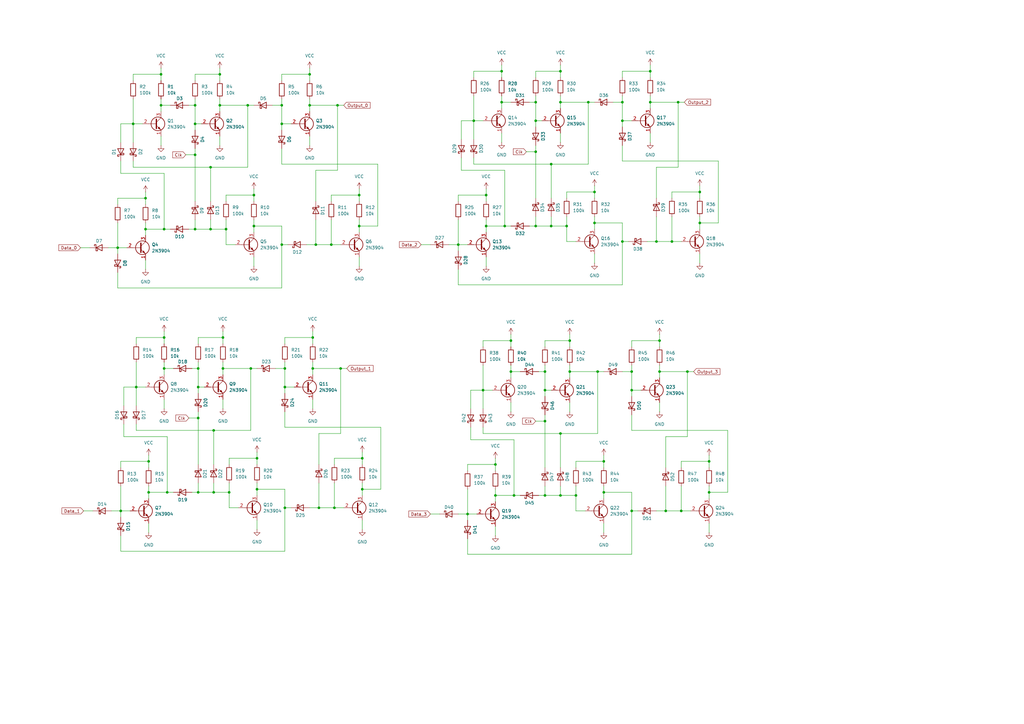
<source format=kicad_sch>
(kicad_sch (version 20250114) (generator "eeschema") (generator_version "9.0")
  (paper "A3")
  (junction (at 80.01 93.98))
  (junction (at 60.96 201.93))
  (junction (at 198.12 160.02))
  (junction (at 281.94 152.4))
  (junction (at 243.84 78.74))
  (junction (at 105.41 187.96))
  (junction (at 223.52 203.2))
  (junction (at 243.84 91.44))
  (junction (at 60.96 189.23))
  (junction (at 104.14 92.71))
  (junction (at 270.51 139.7))
  (junction (at 259.08 209.55))
  (junction (at 55.88 158.75))
  (junction (at 259.08 152.4))
  (junction (at 81.28 201.93))
  (junction (at 229.87 177.8))
  (junction (at 219.71 62.23))
  (junction (at 116.84 158.75))
  (junction (at 116.84 151.13))
  (junction (at 255.27 99.06))
  (junction (at 135.89 100.33))
  (junction (at 194.31 49.53))
  (junction (at 129.54 100.33))
  (junction (at 290.83 189.23))
  (junction (at 130.81 208.28))
  (junction (at 81.28 158.75))
  (junction (at 279.4 209.55))
  (junction (at 139.7 151.13))
  (junction (at 236.22 203.2))
  (junction (at 255.27 41.91))
  (junction (at 148.59 200.66))
  (junction (at 266.7 29.21))
  (junction (at 209.55 139.7))
  (junction (at 90.17 30.48))
  (junction (at 86.36 93.98))
  (junction (at 203.2 190.5))
  (junction (at 80.01 50.8))
  (junction (at 81.28 151.13))
  (junction (at 229.87 29.21))
  (junction (at 66.04 30.48))
  (junction (at 67.31 151.13))
  (junction (at 101.6 43.18))
  (junction (at 115.57 50.8))
  (junction (at 67.31 138.43))
  (junction (at 54.61 50.8))
  (junction (at 266.7 41.91))
  (junction (at 59.69 93.98))
  (junction (at 270.51 152.4))
  (junction (at 223.52 172.72))
  (junction (at 115.57 43.18))
  (junction (at 287.02 78.74))
  (junction (at 219.71 49.53))
  (junction (at 127 30.48))
  (junction (at 48.26 101.6))
  (junction (at 209.55 152.4))
  (junction (at 137.16 208.28))
  (junction (at 93.98 201.93))
  (junction (at 226.06 67.31))
  (junction (at 219.71 41.91))
  (junction (at 245.11 152.4))
  (junction (at 205.74 41.91))
  (junction (at 278.13 41.91))
  (junction (at 102.87 151.13))
  (junction (at 128.27 138.43))
  (junction (at 205.74 29.21))
  (junction (at 287.02 91.44))
  (junction (at 203.2 203.2))
  (junction (at 59.69 81.28))
  (junction (at 226.06 92.71))
  (junction (at 229.87 41.91))
  (junction (at 128.27 151.13))
  (junction (at 275.59 99.06))
  (junction (at 255.27 49.53))
  (junction (at 80.01 43.18))
  (junction (at 90.17 43.18))
  (junction (at 241.3 41.91))
  (junction (at 87.63 176.53))
  (junction (at 67.31 93.98))
  (junction (at 68.58 201.93))
  (junction (at 81.28 171.45))
  (junction (at 104.14 80.01))
  (junction (at 66.04 43.18))
  (junction (at 259.08 160.02))
  (junction (at 290.83 201.93))
  (junction (at 91.44 151.13))
  (junction (at 49.53 209.55))
  (junction (at 247.65 201.93))
  (junction (at 199.39 80.01))
  (junction (at 199.39 92.71))
  (junction (at 86.36 68.58))
  (junction (at 92.71 93.98))
  (junction (at 207.01 92.71))
  (junction (at 232.41 92.71))
  (junction (at 138.43 43.18))
  (junction (at 105.41 200.66))
  (junction (at 223.52 160.02))
  (junction (at 115.57 100.33))
  (junction (at 91.44 138.43))
  (junction (at 147.32 92.71))
  (junction (at 273.05 209.55))
  (junction (at 233.68 139.7))
  (junction (at 229.87 203.2))
  (junction (at 269.24 99.06))
  (junction (at 87.63 201.93))
  (junction (at 148.59 187.96))
  (junction (at 219.71 92.71))
  (junction (at 116.84 208.28))
  (junction (at 210.82 203.2))
  (junction (at 147.32 80.01))
  (junction (at 191.77 210.82))
  (junction (at 80.01 63.5))
  (junction (at 247.65 189.23))
  (junction (at 127 43.18))
  (junction (at 187.96 100.33))
  (junction (at 223.52 152.4))
  (junction (at 233.68 152.4))
  (wire (pts (xy 203.2 187.96) (xy 203.2 190.5)))
  (wire (pts (xy 193.04 160.02) (xy 198.12 160.02)))
  (wire (pts (xy 81.28 168.91) (xy 81.28 171.45)))
  (wire (pts (xy 187.96 100.33) (xy 187.96 102.87)))
  (wire (pts (xy 229.87 39.37) (xy 229.87 41.91)))
  (wire (pts (xy 278.13 41.91) (xy 280.67 41.91)))
  (wire (pts (xy 287.02 88.9) (xy 287.02 91.44)))
  (wire (pts (xy 255.27 59.69) (xy 255.27 66.04)))
  (wire (pts (xy 191.77 210.82) (xy 191.77 213.36)))
  (wire (pts (xy 273.05 179.07) (xy 281.94 179.07)))
  (wire (pts (xy 55.88 138.43) (xy 67.31 138.43)))
  (wire (pts (xy 105.41 185.42) (xy 105.41 187.96)))
  (wire (pts (xy 92.71 82.55) (xy 92.71 80.01)))
  (wire (pts (xy 48.26 81.28) (xy 59.69 81.28)))
  (wire (pts (xy 266.7 54.61) (xy 266.7 58.42)))
  (wire (pts (xy 66.04 40.64) (xy 66.04 43.18)))
  (wire (pts (xy 101.6 43.18) (xy 90.17 43.18)))
  (wire (pts (xy 193.04 175.26) (xy 193.04 180.34)))
  (wire (pts (xy 116.84 140.97) (xy 116.84 138.43)))
  (wire (pts (xy 86.36 93.98) (xy 92.71 93.98)))
  (wire (pts (xy 128.27 138.43) (xy 128.27 140.97)))
  (wire (pts (xy 245.11 152.4) (xy 233.68 152.4)))
  (wire (pts (xy 127 55.88) (xy 127 59.69)))
  (wire (pts (xy 233.68 139.7) (xy 233.68 142.24)))
  (wire (pts (xy 275.59 99.06) (xy 279.4 99.06)))
  (wire (pts (xy 105.41 200.66) (xy 105.41 203.2)))
  (wire (pts (xy 187.96 90.17) (xy 187.96 100.33)))
  (wire (pts (xy 259.08 201.93) (xy 247.65 201.93)))
  (wire (pts (xy 148.59 198.12) (xy 148.59 200.66)))
  (wire (pts (xy 266.7 26.67) (xy 266.7 29.21)))
  (wire (pts (xy 199.39 90.17) (xy 199.39 92.71)))
  (wire (pts (xy 147.32 105.41) (xy 147.32 109.22)))
  (wire (pts (xy 139.7 151.13) (xy 128.27 151.13)))
  (wire (pts (xy 273.05 179.07) (xy 273.05 191.77)))
  (wire (pts (xy 247.65 199.39) (xy 247.65 201.93)))
  (wire (pts (xy 223.52 170.18) (xy 223.52 172.72)))
  (wire (pts (xy 137.16 190.5) (xy 137.16 187.96)))
  (wire (pts (xy 219.71 31.75) (xy 219.71 29.21)))
  (wire (pts (xy 233.68 137.16) (xy 233.68 139.7)))
  (wire (pts (xy 86.36 68.58) (xy 101.6 68.58)))
  (wire (pts (xy 80.01 50.8) (xy 82.55 50.8)))
  (wire (pts (xy 130.81 208.28) (xy 137.16 208.28)))
  (wire (pts (xy 76.2 63.5) (xy 80.01 63.5)))
  (wire (pts (xy 80.01 82.55) (xy 80.01 63.5)))
  (wire (pts (xy 255.27 31.75) (xy 255.27 29.21)))
  (wire (pts (xy 50.8 166.37) (xy 50.8 158.75)))
  (wire (pts (xy 205.74 39.37) (xy 205.74 41.91)))
  (wire (pts (xy 255.27 39.37) (xy 255.27 41.91)))
  (wire (pts (xy 255.27 99.06) (xy 255.27 91.44)))
  (wire (pts (xy 194.31 67.31) (xy 226.06 67.31)))
  (wire (pts (xy 115.57 43.18) (xy 115.57 50.8)))
  (wire (pts (xy 127 27.94) (xy 127 30.48)))
  (wire (pts (xy 247.65 186.69) (xy 247.65 189.23)))
  (wire (pts (xy 219.71 41.91) (xy 219.71 49.53)))
  (wire (pts (xy 128.27 148.59) (xy 128.27 151.13)))
  (wire (pts (xy 198.12 160.02) (xy 201.93 160.02)))
  (wire (pts (xy 116.84 168.91) (xy 116.84 175.26)))
  (wire (pts (xy 49.53 50.8) (xy 54.61 50.8)))
  (wire (pts (xy 118.11 100.33) (xy 115.57 100.33)))
  (wire (pts (xy 215.9 62.23) (xy 219.71 62.23)))
  (wire (pts (xy 104.14 77.47) (xy 104.14 80.01)))
  (wire (pts (xy 294.64 66.04) (xy 294.64 91.44)))
  (wire (pts (xy 67.31 151.13) (xy 71.12 151.13)))
  (wire (pts (xy 86.36 90.17) (xy 86.36 93.98)))
  (wire (pts (xy 60.96 214.63) (xy 60.96 218.44)))
  (wire (pts (xy 77.47 171.45) (xy 81.28 171.45)))
  (wire (pts (xy 81.28 190.5) (xy 81.28 171.45)))
  (wire (pts (xy 219.71 59.69) (xy 219.71 62.23)))
  (wire (pts (xy 278.13 41.91) (xy 266.7 41.91)))
  (wire (pts (xy 68.58 201.93) (xy 60.96 201.93)))
  (wire (pts (xy 191.77 200.66) (xy 191.77 210.82)))
  (wire (pts (xy 105.41 198.12) (xy 105.41 200.66)))
  (wire (pts (xy 229.87 41.91) (xy 229.87 44.45)))
  (wire (pts (xy 287.02 104.14) (xy 287.02 107.95)))
  (wire (pts (xy 270.51 139.7) (xy 270.51 142.24)))
  (wire (pts (xy 269.24 68.58) (xy 269.24 81.28)))
  (wire (pts (xy 298.45 176.53) (xy 298.45 201.93)))
  (wire (pts (xy 93.98 187.96) (xy 105.41 187.96)))
  (wire (pts (xy 223.52 149.86) (xy 223.52 152.4)))
  (wire (pts (xy 290.83 199.39) (xy 290.83 201.93)))
  (wire (pts (xy 116.84 148.59) (xy 116.84 151.13)))
  (wire (pts (xy 243.84 78.74) (xy 243.84 81.28)))
  (wire (pts (xy 81.28 138.43) (xy 91.44 138.43)))
  (wire (pts (xy 54.61 40.64) (xy 54.61 50.8)))
  (wire (pts (xy 198.12 177.8) (xy 229.87 177.8)))
  (wire (pts (xy 49.53 66.04) (xy 49.53 71.12)))
  (wire (pts (xy 87.63 176.53) (xy 102.87 176.53)))
  (wire (pts (xy 223.52 160.02) (xy 223.52 162.56)))
  (wire (pts (xy 217.17 41.91) (xy 219.71 41.91)))
  (wire (pts (xy 233.68 165.1) (xy 233.68 168.91)))
  (wire (pts (xy 194.31 64.77) (xy 194.31 67.31)))
  (wire (pts (xy 67.31 93.98) (xy 69.85 93.98)))
  (wire (pts (xy 255.27 41.91) (xy 255.27 49.53)))
  (wire (pts (xy 210.82 180.34) (xy 210.82 203.2)))
  (wire (pts (xy 50.8 173.99) (xy 50.8 179.07)))
  (wire (pts (xy 210.82 203.2) (xy 203.2 203.2)))
  (wire (pts (xy 219.71 49.53) (xy 222.25 49.53)))
  (wire (pts (xy 102.87 151.13) (xy 105.41 151.13)))
  (wire (pts (xy 50.8 158.75) (xy 55.88 158.75)))
  (wire (pts (xy 93.98 190.5) (xy 93.98 187.96)))
  (wire (pts (xy 194.31 29.21) (xy 205.74 29.21)))
  (wire (pts (xy 54.61 68.58) (xy 86.36 68.58)))
  (wire (pts (xy 189.23 49.53) (xy 194.31 49.53)))
  (wire (pts (xy 129.54 69.85) (xy 129.54 82.55)))
  (wire (pts (xy 90.17 30.48) (xy 90.17 33.02)))
  (wire (pts (xy 90.17 27.94) (xy 90.17 30.48)))
  (wire (pts (xy 205.74 41.91) (xy 205.74 44.45)))
  (wire (pts (xy 147.32 77.47) (xy 147.32 80.01)))
  (wire (pts (xy 60.96 201.93) (xy 60.96 204.47)))
  (wire (pts (xy 81.28 198.12) (xy 81.28 201.93)))
  (wire (pts (xy 55.88 158.75) (xy 59.69 158.75)))
  (wire (pts (xy 232.41 81.28) (xy 232.41 78.74)))
  (wire (pts (xy 199.39 105.41) (xy 199.39 109.22)))
  (wire (pts (xy 154.94 92.71) (xy 147.32 92.71)))
  (wire (pts (xy 198.12 142.24) (xy 198.12 139.7)))
  (wire (pts (xy 219.71 88.9) (xy 219.71 92.71)))
  (wire (pts (xy 266.7 41.91) (xy 266.7 44.45)))
  (wire (pts (xy 128.27 163.83) (xy 128.27 167.64)))
  (wire (pts (xy 115.57 50.8) (xy 115.57 53.34)))
  (wire (pts (xy 68.58 179.07) (xy 68.58 201.93)))
  (wire (pts (xy 187.96 80.01) (xy 199.39 80.01)))
  (wire (pts (xy 229.87 54.61) (xy 229.87 58.42)))
  (wire (pts (xy 127 43.18) (xy 127 45.72)))
  (wire (pts (xy 209.55 152.4) (xy 209.55 154.94)))
  (wire (pts (xy 55.88 173.99) (xy 55.88 176.53)))
  (wire (pts (xy 104.14 105.41) (xy 104.14 109.22)))
  (wire (pts (xy 203.2 215.9) (xy 203.2 219.71)))
  (wire (pts (xy 139.7 177.8) (xy 139.7 151.13)))
  (wire (pts (xy 259.08 160.02) (xy 262.89 160.02)))
  (wire (pts (xy 81.28 148.59) (xy 81.28 151.13)))
  (wire (pts (xy 290.83 189.23) (xy 290.83 191.77)))
  (wire (pts (xy 104.14 80.01) (xy 104.14 82.55)))
  (wire (pts (xy 66.04 43.18) (xy 69.85 43.18)))
  (wire (pts (xy 93.98 198.12) (xy 93.98 201.93)))
  (wire (pts (xy 243.84 88.9) (xy 243.84 91.44)))
  (wire (pts (xy 209.55 152.4) (xy 213.36 152.4)))
  (wire (pts (xy 241.3 41.91) (xy 243.84 41.91)))
  (wire (pts (xy 220.98 152.4) (xy 223.52 152.4)))
  (wire (pts (xy 148.59 185.42) (xy 148.59 187.96)))
  (wire (pts (xy 226.06 67.31) (xy 241.3 67.31)))
  (wire (pts (xy 199.39 77.47) (xy 199.39 80.01)))
  (wire (pts (xy 139.7 151.13) (xy 142.24 151.13)))
  (wire (pts (xy 255.27 152.4) (xy 259.08 152.4)))
  (wire (pts (xy 81.28 140.97) (xy 81.28 138.43)))
  (wire (pts (xy 137.16 198.12) (xy 137.16 208.28)))
  (wire (pts (xy 259.08 149.86) (xy 259.08 152.4)))
  (wire (pts (xy 205.74 26.67) (xy 205.74 29.21)))
  (wire (pts (xy 154.94 67.31) (xy 154.94 92.71)))
  (wire (pts (xy 281.94 152.4) (xy 284.48 152.4)))
  (wire (pts (xy 87.63 176.53) (xy 87.63 190.5)))
  (wire (pts (xy 80.01 33.02) (xy 80.01 30.48)))
  (wire (pts (xy 130.81 208.28) (xy 127 208.28)))
  (wire (pts (xy 259.08 209.55) (xy 259.08 201.93)))
  (wire (pts (xy 191.77 193.04) (xy 191.77 190.5)))
  (wire (pts (xy 191.77 220.98) (xy 191.77 227.33)))
  (wire (pts (xy 104.14 90.17) (xy 104.14 92.71)))
  (wire (pts (xy 135.89 80.01) (xy 147.32 80.01)))
  (wire (pts (xy 113.03 151.13) (xy 116.84 151.13)))
  (wire (pts (xy 137.16 208.28) (xy 140.97 208.28)))
  (wire (pts (xy 255.27 99.06) (xy 255.27 116.84)))
  (wire (pts (xy 233.68 149.86) (xy 233.68 152.4)))
  (wire (pts (xy 49.53 191.77) (xy 49.53 189.23)))
  (wire (pts (xy 232.41 88.9) (xy 232.41 92.71)))
  (wire (pts (xy 91.44 135.89) (xy 91.44 138.43)))
  (wire (pts (xy 49.53 189.23) (xy 60.96 189.23)))
  (wire (pts (xy 223.52 160.02) (xy 226.06 160.02)))
  (wire (pts (xy 127 30.48) (xy 127 33.02)))
  (wire (pts (xy 259.08 176.53) (xy 298.45 176.53)))
  (wire (pts (xy 251.46 41.91) (xy 255.27 41.91)))
  (wire (pts (xy 49.53 226.06) (xy 116.84 226.06)))
  (wire (pts (xy 257.81 99.06) (xy 255.27 99.06)))
  (wire (pts (xy 68.58 201.93) (xy 71.12 201.93)))
  (wire (pts (xy 219.71 92.71) (xy 226.06 92.71)))
  (wire (pts (xy 128.27 151.13) (xy 128.27 153.67)))
  (wire (pts (xy 116.84 158.75) (xy 116.84 161.29)))
  (wire (pts (xy 115.57 60.96) (xy 115.57 67.31)))
  (wire (pts (xy 269.24 99.06) (xy 275.59 99.06)))
  (wire (pts (xy 207.01 92.71) (xy 199.39 92.71)))
  (wire (pts (xy 259.08 209.55) (xy 259.08 227.33)))
  (wire (pts (xy 156.21 200.66) (xy 148.59 200.66)))
  (wire (pts (xy 172.72 100.33) (xy 176.53 100.33)))
  (wire (pts (xy 90.17 43.18) (xy 90.17 45.72)))
  (wire (pts (xy 298.45 201.93) (xy 290.83 201.93)))
  (wire (pts (xy 275.59 88.9) (xy 275.59 99.06)))
  (wire (pts (xy 236.22 199.39) (xy 236.22 203.2)))
  (wire (pts (xy 67.31 151.13) (xy 67.31 153.67)))
  (wire (pts (xy 279.4 189.23) (xy 290.83 189.23)))
  (wire (pts (xy 219.71 39.37) (xy 219.71 41.91)))
  (wire (pts (xy 226.06 67.31) (xy 226.06 81.28)))
  (wire (pts (xy 223.52 203.2) (xy 229.87 203.2)))
  (wire (pts (xy 207.01 69.85) (xy 207.01 92.71)))
  (wire (pts (xy 66.04 43.18) (xy 66.04 45.72)))
  (wire (pts (xy 48.26 111.76) (xy 48.26 118.11)))
  (wire (pts (xy 187.96 82.55) (xy 187.96 80.01)))
  (wire (pts (xy 281.94 179.07) (xy 281.94 152.4)))
  (wire (pts (xy 115.57 100.33) (xy 115.57 118.11)))
  (wire (pts (xy 138.43 69.85) (xy 138.43 43.18)))
  (wire (pts (xy 148.59 213.36) (xy 148.59 217.17)))
  (wire (pts (xy 77.47 43.18) (xy 80.01 43.18)))
  (wire (pts (xy 116.84 200.66) (xy 105.41 200.66)))
  (wire (pts (xy 266.7 29.21) (xy 266.7 31.75)))
  (wire (pts (xy 80.01 40.64) (xy 80.01 43.18)))
  (wire (pts (xy 115.57 40.64) (xy 115.57 43.18)))
  (wire (pts (xy 104.14 92.71) (xy 104.14 95.25)))
  (wire (pts (xy 116.84 138.43) (xy 128.27 138.43)))
  (wire (pts (xy 205.74 54.61) (xy 205.74 58.42)))
  (wire (pts (xy 130.81 177.8) (xy 139.7 177.8)))
  (wire (pts (xy 203.2 200.66) (xy 203.2 203.2)))
  (wire (pts (xy 78.74 151.13) (xy 81.28 151.13)))
  (wire (pts (xy 91.44 138.43) (xy 91.44 140.97)))
  (wire (pts (xy 187.96 210.82) (xy 191.77 210.82)))
  (wire (pts (xy 59.69 106.68) (xy 59.69 110.49)))
  (wire (pts (xy 116.84 158.75) (xy 120.65 158.75)))
  (wire (pts (xy 255.27 49.53) (xy 255.27 52.07)))
  (wire (pts (xy 229.87 177.8) (xy 245.11 177.8)))
  (wire (pts (xy 92.71 90.17) (xy 92.71 93.98)))
  (wire (pts (xy 135.89 82.55) (xy 135.89 80.01)))
  (wire (pts (xy 247.65 189.23) (xy 247.65 191.77)))
  (wire (pts (xy 229.87 177.8) (xy 229.87 191.77)))
  (wire (pts (xy 87.63 201.93) (xy 93.98 201.93)))
  (wire (pts (xy 115.57 30.48) (xy 127 30.48)))
  (wire (pts (xy 275.59 78.74) (xy 287.02 78.74)))
  (wire (pts (xy 247.65 214.63) (xy 247.65 218.44)))
  (wire (pts (xy 259.08 160.02) (xy 259.08 162.56)))
  (wire (pts (xy 275.59 81.28) (xy 275.59 78.74)))
  (wire (pts (xy 119.38 208.28) (xy 116.84 208.28)))
  (wire (pts (xy 259.08 142.24) (xy 259.08 139.7)))
  (wire (pts (xy 199.39 92.71) (xy 199.39 95.25)))
  (wire (pts (xy 270.51 152.4) (xy 270.51 154.94)))
  (wire (pts (xy 49.53 199.39) (xy 49.53 209.55)))
  (wire (pts (xy 135.89 100.33) (xy 139.7 100.33)))
  (wire (pts (xy 92.71 80.01) (xy 104.14 80.01)))
  (wire (pts (xy 54.61 33.02) (xy 54.61 30.48)))
  (wire (pts (xy 184.15 100.33) (xy 187.96 100.33)))
  (wire (pts (xy 187.96 116.84) (xy 255.27 116.84)))
  (wire (pts (xy 187.96 100.33) (xy 191.77 100.33)))
  (wire (pts (xy 279.4 191.77) (xy 279.4 189.23)))
  (wire (pts (xy 67.31 135.89) (xy 67.31 138.43)))
  (wire (pts (xy 223.52 199.39) (xy 223.52 203.2)))
  (wire (pts (xy 236.22 209.55) (xy 240.03 209.55)))
  (wire (pts (xy 115.57 67.31) (xy 154.94 67.31)))
  (wire (pts (xy 236.22 189.23) (xy 247.65 189.23)))
  (wire (pts (xy 86.36 68.58) (xy 86.36 82.55)))
  (wire (pts (xy 91.44 163.83) (xy 91.44 167.64)))
  (wire (pts (xy 138.43 43.18) (xy 127 43.18)))
  (wire (pts (xy 189.23 69.85) (xy 207.01 69.85)))
  (wire (pts (xy 92.71 93.98) (xy 92.71 100.33)))
  (wire (pts (xy 290.83 186.69) (xy 290.83 189.23)))
  (wire (pts (xy 105.41 213.36) (xy 105.41 217.17)))
  (wire (pts (xy 55.88 148.59) (xy 55.88 158.75)))
  (wire (pts (xy 232.41 99.06) (xy 236.22 99.06)))
  (wire (pts (xy 60.96 199.39) (xy 60.96 201.93)))
  (wire (pts (xy 49.53 58.42) (xy 49.53 50.8)))
  (wire (pts (xy 54.61 30.48) (xy 66.04 30.48)))
  (wire (pts (xy 49.53 71.12) (xy 67.31 71.12)))
  (wire (pts (xy 81.28 151.13) (xy 81.28 158.75)))
  (wire (pts (xy 90.17 40.64) (xy 90.17 43.18)))
  (wire (pts (xy 245.11 177.8) (xy 245.11 152.4)))
  (wire (pts (xy 115.57 92.71) (xy 104.14 92.71)))
  (wire (pts (xy 60.96 186.69) (xy 60.96 189.23)))
  (wire (pts (xy 241.3 67.31) (xy 241.3 41.91)))
  (wire (pts (xy 219.71 29.21) (xy 229.87 29.21)))
  (wire (pts (xy 48.26 101.6) (xy 52.07 101.6)))
  (wire (pts (xy 66.04 55.88) (xy 66.04 59.69)))
  (wire (pts (xy 91.44 151.13) (xy 91.44 153.67)))
  (wire (pts (xy 111.76 43.18) (xy 115.57 43.18)))
  (wire (pts (xy 287.02 78.74) (xy 287.02 81.28)))
  (wire (pts (xy 44.45 101.6) (xy 48.26 101.6)))
  (wire (pts (xy 54.61 66.04) (xy 54.61 68.58)))
  (wire (pts (xy 91.44 148.59) (xy 91.44 151.13)))
  (wire (pts (xy 226.06 92.71) (xy 232.41 92.71)))
  (wire (pts (xy 219.71 49.53) (xy 219.71 52.07)))
  (wire (pts (xy 147.32 90.17) (xy 147.32 92.71)))
  (wire (pts (xy 102.87 151.13) (xy 91.44 151.13)))
  (wire (pts (xy 59.69 81.28) (xy 59.69 83.82)))
  (wire (pts (xy 287.02 76.2) (xy 287.02 78.74)))
  (wire (pts (xy 116.84 151.13) (xy 116.84 158.75)))
  (wire (pts (xy 54.61 50.8) (xy 58.42 50.8)))
  (wire (pts (xy 269.24 99.06) (xy 265.43 99.06)))
  (wire (pts (xy 93.98 201.93) (xy 93.98 208.28)))
  (wire (pts (xy 54.61 50.8) (xy 54.61 58.42)))
  (wire (pts (xy 243.84 104.14) (xy 243.84 107.95)))
  (wire (pts (xy 219.71 81.28) (xy 219.71 62.23)))
  (wire (pts (xy 203.2 190.5) (xy 203.2 193.04)))
  (wire (pts (xy 205.74 41.91) (xy 209.55 41.91)))
  (wire (pts (xy 80.01 60.96) (xy 80.01 63.5)))
  (wire (pts (xy 80.01 93.98) (xy 86.36 93.98)))
  (wire (pts (xy 223.52 142.24) (xy 223.52 139.7)))
  (wire (pts (xy 259.08 152.4) (xy 259.08 160.02)))
  (wire (pts (xy 191.77 190.5) (xy 203.2 190.5)))
  (wire (pts (xy 45.72 209.55) (xy 49.53 209.55)))
  (wire (pts (xy 223.52 191.77) (xy 223.52 172.72)))
  (wire (pts (xy 294.64 91.44) (xy 287.02 91.44)))
  (wire (pts (xy 115.57 100.33) (xy 115.57 92.71)))
  (wire (pts (xy 194.31 31.75) (xy 194.31 29.21)))
  (wire (pts (xy 199.39 80.01) (xy 199.39 82.55)))
  (wire (pts (xy 138.43 43.18) (xy 140.97 43.18)))
  (wire (pts (xy 270.51 149.86) (xy 270.51 152.4)))
  (wire (pts (xy 115.57 33.02) (xy 115.57 30.48)))
  (wire (pts (xy 147.32 92.71) (xy 147.32 95.25)))
  (wire (pts (xy 279.4 199.39) (xy 279.4 209.55)))
  (wire (pts (xy 137.16 187.96) (xy 148.59 187.96)))
  (wire (pts (xy 101.6 68.58) (xy 101.6 43.18)))
  (wire (pts (xy 87.63 198.12) (xy 87.63 201.93)))
  (wire (pts (xy 245.11 152.4) (xy 247.65 152.4)))
  (wire (pts (xy 194.31 49.53) (xy 198.12 49.53)))
  (wire (pts (xy 261.62 209.55) (xy 259.08 209.55)))
  (wire (pts (xy 243.84 76.2) (xy 243.84 78.74)))
  (wire (pts (xy 49.53 219.71) (xy 49.53 226.06)))
  (wire (pts (xy 189.23 57.15) (xy 189.23 49.53)))
  (wire (pts (xy 194.31 39.37) (xy 194.31 49.53)))
  (wire (pts (xy 241.3 41.91) (xy 229.87 41.91)))
  (wire (pts (xy 226.06 88.9) (xy 226.06 92.71)))
  (wire (pts (xy 278.13 68.58) (xy 278.13 41.91)))
  (wire (pts (xy 191.77 210.82) (xy 195.58 210.82)))
  (wire (pts (xy 80.01 30.48) (xy 90.17 30.48)))
  (wire (pts (xy 266.7 39.37) (xy 266.7 41.91)))
  (wire (pts (xy 116.84 175.26) (xy 156.21 175.26)))
  (wire (pts (xy 127 40.64) (xy 127 43.18)))
  (wire (pts (xy 67.31 71.12) (xy 67.31 93.98)))
  (wire (pts (xy 148.59 200.66) (xy 148.59 203.2)))
  (wire (pts (xy 205.74 29.21) (xy 205.74 31.75)))
  (wire (pts (xy 270.51 137.16) (xy 270.51 139.7)))
  (wire (pts (xy 232.41 92.71) (xy 232.41 99.06)))
  (wire (pts (xy 220.98 203.2) (xy 223.52 203.2)))
  (wire (pts (xy 48.26 91.44) (xy 48.26 101.6)))
  (wire (pts (xy 49.53 209.55) (xy 53.34 209.55)))
  (wire (pts (xy 66.04 27.94) (xy 66.04 30.48)))
  (wire (pts (xy 33.02 101.6) (xy 36.83 101.6)))
  (wire (pts (xy 255.27 49.53) (xy 259.08 49.53)))
  (wire (pts (xy 207.01 92.71) (xy 209.55 92.71)))
  (wire (pts (xy 247.65 201.93) (xy 247.65 204.47)))
  (wire (pts (xy 255.27 66.04) (xy 294.64 66.04)))
  (wire (pts (xy 101.6 43.18) (xy 104.14 43.18)))
  (wire (pts (xy 191.77 227.33) (xy 259.08 227.33)))
  (wire (pts (xy 236.22 203.2) (xy 236.22 209.55)))
  (wire (pts (xy 217.17 92.71) (xy 219.71 92.71)))
  (wire (pts (xy 105.41 187.96) (xy 105.41 190.5)))
  (wire (pts (xy 48.26 101.6) (xy 48.26 104.14)))
  (wire (pts (xy 80.01 43.18) (xy 80.01 50.8)))
  (wire (pts (xy 129.54 90.17) (xy 129.54 100.33)))
  (wire (pts (xy 281.94 152.4) (xy 270.51 152.4)))
  (wire (pts (xy 198.12 149.86) (xy 198.12 160.02)))
  (wire (pts (xy 135.89 90.17) (xy 135.89 100.33)))
  (wire (pts (xy 287.02 91.44) (xy 287.02 93.98)))
  (wire (pts (xy 236.22 191.77) (xy 236.22 189.23)))
  (wire (pts (xy 209.55 137.16) (xy 209.55 139.7)))
  (wire (pts (xy 193.04 167.64) (xy 193.04 160.02)))
  (wire (pts (xy 176.53 210.82) (xy 180.34 210.82)))
  (wire (pts (xy 116.84 208.28) (xy 116.84 200.66)))
  (wire (pts (xy 49.53 209.55) (xy 49.53 212.09)))
  (wire (pts (xy 129.54 69.85) (xy 138.43 69.85)))
  (wire (pts (xy 198.12 160.02) (xy 198.12 167.64)))
  (wire (pts (xy 187.96 110.49) (xy 187.96 116.84)))
  (wire (pts (xy 148.59 187.96) (xy 148.59 190.5)))
  (wire (pts (xy 229.87 29.21) (xy 229.87 31.75)))
  (wire (pts (xy 210.82 203.2) (xy 213.36 203.2)))
  (wire (pts (xy 130.81 177.8) (xy 130.81 190.5)))
  (wire (pts (xy 59.69 93.98) (xy 59.69 96.52)))
  (wire (pts (xy 209.55 165.1) (xy 209.55 168.91)))
  (wire (pts (xy 55.88 176.53) (xy 87.63 176.53)))
  (wire (pts (xy 34.29 209.55) (xy 38.1 209.55)))
  (wire (pts (xy 290.83 214.63) (xy 290.83 218.44)))
  (wire (pts (xy 279.4 209.55) (xy 283.21 209.55)))
  (wire (pts (xy 147.32 80.01) (xy 147.32 82.55)))
  (wire (pts (xy 194.31 49.53) (xy 194.31 57.15)))
  (wire (pts (xy 81.28 201.93) (xy 87.63 201.93)))
  (wire (pts (xy 209.55 149.86) (xy 209.55 152.4)))
  (wire (pts (xy 116.84 208.28) (xy 116.84 226.06)))
  (wire (pts (xy 273.05 209.55) (xy 279.4 209.55)))
  (wire (pts (xy 270.51 165.1) (xy 270.51 168.91)))
  (wire (pts (xy 219.71 172.72) (xy 223.52 172.72)))
  (wire (pts (xy 102.87 176.53) (xy 102.87 151.13)))
  (wire (pts (xy 67.31 148.59) (xy 67.31 151.13)))
  (wire (pts (xy 189.23 64.77) (xy 189.23 69.85)))
  (wire (pts (xy 93.98 208.28) (xy 97.79 208.28)))
  (wire (pts (xy 129.54 100.33) (xy 135.89 100.33)))
  (wire (pts (xy 273.05 209.55) (xy 269.24 209.55)))
  (wire (pts (xy 198.12 175.26) (xy 198.12 177.8)))
  (wire (pts (xy 269.24 68.58) (xy 278.13 68.58)))
  (wire (pts (xy 67.31 138.43) (xy 67.31 140.97)))
  (wire (pts (xy 48.26 118.11) (xy 115.57 118.11)))
  (wire (pts (xy 233.68 152.4) (xy 233.68 154.94)))
  (wire (pts (xy 229.87 199.39) (xy 229.87 203.2)))
  (wire (pts (xy 67.31 93.98) (xy 59.69 93.98)))
  (wire (pts (xy 48.26 83.82) (xy 48.26 81.28)))
  (wire (pts (xy 193.04 180.34) (xy 210.82 180.34)))
  (wire (pts (xy 129.54 100.33) (xy 125.73 100.33)))
  (wire (pts (xy 78.74 201.93) (xy 81.28 201.93)))
  (wire (pts (xy 66.04 30.48) (xy 66.04 33.02)))
  (wire (pts (xy 130.81 198.12) (xy 130.81 208.28)))
  (wire (pts (xy 223.52 139.7) (xy 233.68 139.7)))
  (wire (pts (xy 80.01 50.8) (xy 80.01 53.34)))
  (wire (pts (xy 59.69 91.44) (xy 59.69 93.98)))
  (wire (pts (xy 229.87 26.67) (xy 229.87 29.21)))
  (wire (pts (xy 77.47 93.98) (xy 80.01 93.98)))
  (wire (pts (xy 128.27 135.89) (xy 128.27 138.43)))
  (wire (pts (xy 209.55 139.7) (xy 209.55 142.24)))
  (wire (pts (xy 198.12 139.7) (xy 209.55 139.7)))
  (wire (pts (xy 90.17 55.88) (xy 90.17 59.69)))
  (wire (pts (xy 259.08 170.18) (xy 259.08 176.53)))
  (wire (pts (xy 92.71 100.33) (xy 96.52 100.33)))
  (wire (pts (xy 269.24 88.9) (xy 269.24 99.06)))
  (wire (pts (xy 80.01 90.17) (xy 80.01 93.98)))
  (wire (pts (xy 255.27 29.21) (xy 266.7 29.21)))
  (wire (pts (xy 60.96 189.23) (xy 60.96 191.77)))
  (wire (pts (xy 115.57 50.8) (xy 119.38 50.8)))
  (wire (pts (xy 232.41 78.74) (xy 243.84 78.74)))
  (wire (pts (xy 55.88 140.97) (xy 55.88 138.43)))
  (wire (pts (xy 50.8 179.07) (xy 68.58 179.07)))
  (wire (pts (xy 59.69 78.74) (xy 59.69 81.28)))
  (wire (pts (xy 81.28 158.75) (xy 83.82 158.75)))
  (wire (pts (xy 259.08 139.7) (xy 270.51 139.7)))
  (wire (pts (xy 156.21 175.26) (xy 156.21 200.66)))
  (wire (pts (xy 229.87 203.2) (xy 236.22 203.2)))
  (wire (pts (xy 243.84 91.44) (xy 243.84 93.98)))
  (wire (pts (xy 203.2 203.2) (xy 203.2 205.74)))
  (wire (pts (xy 223.52 152.4) (xy 223.52 160.02)))
  (wire (pts (xy 255.27 91.44) (xy 243.84 91.44)))
  (wire (pts (xy 67.31 163.83) (xy 67.31 167.64)))
  (wire (pts (xy 290.83 201.93) (xy 290.83 204.47)))
  (wire (pts (xy 273.05 199.39) (xy 273.05 209.55)))
  (wire (pts (xy 55.88 158.75) (xy 55.88 166.37)))
  (wire (pts (xy 81.28 158.75) (xy 81.28 161.29)))
  (global_label "Clk" (shape input) (at 77.47 171.45 180) (property "Intersheetrefs" "${INTERSHEET_REFS}" (effects (hide yes))))
  (global_label "Data_0" (shape input) (at 33.02 101.6 180) (property "Intersheetrefs" "${INTERSHEET_REFS}" (effects (hide yes))))
  (global_label "Output_3" (shape input) (at 284.48 152.4 0) (property "Intersheetrefs" "${INTERSHEET_REFS}" (effects (hide yes))))
  (global_label "Output_1" (shape input) (at 142.24 151.13 0) (property "Intersheetrefs" "${INTERSHEET_REFS}" (effects (hide yes))))
  (global_label "Data_1" (shape input) (at 34.29 209.55 180) (property "Intersheetrefs" "${INTERSHEET_REFS}" (effects (hide yes))))
  (global_label "Data_3" (shape input) (at 176.53 210.82 180) (property "Intersheetrefs" "${INTERSHEET_REFS}" (effects (hide yes))))
  (global_label "Clk" (shape input) (at 76.2 63.5 180) (property "Intersheetrefs" "${INTERSHEET_REFS}" (effects (hide yes))))
  (global_label "Output_0" (shape input) (at 140.97 43.18 0) (property "Intersheetrefs" "${INTERSHEET_REFS}" (effects (hide yes))))
  (global_label "Clk" (shape input) (at 219.71 172.72 180) (property "Intersheetrefs" "${INTERSHEET_REFS}" (effects (hide yes))))
  (global_label "Data_2" (shape input) (at 172.72 100.33 180) (property "Intersheetrefs" "${INTERSHEET_REFS}" (effects (hide yes))))
  (global_label "Output_2" (shape input) (at 280.67 41.91 0) (property "Intersheetrefs" "${INTERSHEET_REFS}" (effects (hide yes))))
  (global_label "Clk" (shape input) (at 215.9 62.23 180) (property "Intersheetrefs" "${INTERSHEET_REFS}" (effects (hide yes))))
  (symbol (lib_id "power:GND") (at 105.41 217.17 0) (unit 1)
    (property "Reference" "#PWR020" (effects (hide yes)))
    (property "Value" "GND" (at 105.41 222.25 0))
    (property "Description" "Power symbol creates a global label with name \"GND\" , ground" (effects (hide yes)))
  )
  (symbol (lib_id "power:VCC") (at 104.14 77.47 0) (unit 1)
    (property "Reference" "#PWR09" (effects (hide yes)))
    (property "Value" "VCC" (at 104.14 72.39 0))
    (property "Description" "Power symbol creates a global label with name \"VCC\"" (effects (hide yes)))
  )
  (symbol (lib_id "power:VCC") (at 59.69 78.74 0) (unit 1)
    (property "Reference" "#PWR07" (effects (hide yes)))
    (property "Value" "VCC" (at 59.69 73.66 0))
    (property "Description" "Power symbol creates a global label with name \"VCC\"" (effects (hide yes)))
  )
  (symbol (lib_id "power:GND") (at 60.96 218.44 0) (unit 1)
    (property "Reference" "#PWR014" (effects (hide yes)))
    (property "Value" "GND" (at 60.96 223.52 0))
    (property "Description" "Power symbol creates a global label with name \"GND\" , ground" (effects (hide yes)))
  )
  (symbol (lib_id "Device:R") (at 290.83 195.58 0) (unit 1)
    (property "Reference" "R48" (at 293.37 194.3099 0) (effects (justify left)))
    (property "Value" "10k" (at 293.37 196.8499 0) (effects (justify left)))
    (property "Footprint" "Resistor_THT:R_Axial_DIN0207_L6.3mm_D2.5mm_P10.16mm_Horizontal" (effects (hide yes)))
    (property "Description" "Resistor" (effects (hide yes)))
  )
  (symbol (lib_id "Device:R") (at 67.31 144.78 0) (unit 1)
    (property "Reference" "R16" (at 69.85 143.5099 0) (effects (justify left)))
    (property "Value" "10k" (at 69.85 146.0499 0) (effects (justify left)))
    (property "Footprint" "Resistor_THT:R_Axial_DIN0207_L6.3mm_D2.5mm_P10.16mm_Horizontal" (effects (hide yes)))
    (property "Description" "Resistor" (effects (hide yes)))
  )
  (symbol (lib_id "Transistor_BJT:2N3904") (at 146.05 208.28 0) (unit 1)
    (property "Reference" "Q12" (at 151.13 207.0099 0) (effects (justify left)))
    (property "Value" "2N3904" (at 151.13 209.5499 0) (effects (justify left)))
    (property "Footprint" "Package_TO_SOT_THT:TO-92_Inline" (effects (hide yes)))
    (property "Datasheet" "https://www.onsemi.com/pub/Collateral/2N3903-D.PDF" (effects (hide yes)))
    (property "Description" "0.2A Ic, 40V Vce, Small Signal NPN Transistor, TO-92" (effects (hide yes)))
  )
  (symbol (lib_id "Device:R") (at 55.88 144.78 180) (unit 1)
    (property "Reference" "R14" (at 58.42 143.5099 0) (effects (justify right)))
    (property "Value" "100k" (at 58.42 146.0499 0) (effects (justify right)))
    (property "Footprint" "Resistor_THT:R_Axial_DIN0207_L6.3mm_D2.5mm_P10.16mm_Horizontal" (effects (hide yes)))
    (property "Description" "Resistor" (effects (hide yes)))
  )
  (symbol (lib_id "Device:R") (at 191.77 196.85 180) (unit 1)
    (property "Reference" "R37" (at 194.31 195.5799 0) (effects (justify right)))
    (property "Value" "100k" (at 194.31 198.1199 0) (effects (justify right)))
    (property "Footprint" "Resistor_THT:R_Axial_DIN0207_L6.3mm_D2.5mm_P10.16mm_Horizontal" (effects (hide yes)))
    (property "Description" "Resistor" (effects (hide yes)))
  )
  (symbol (lib_id "power:VCC") (at 209.55 137.16 0) (unit 1)
    (property "Reference" "#PWR039" (effects (hide yes)))
    (property "Value" "VCC" (at 209.55 132.08 0))
    (property "Description" "Power symbol creates a global label with name \"VCC\"" (effects (hide yes)))
  )
  (symbol (lib_id "Transistor_BJT:2N3904") (at 125.73 158.75 0) (unit 1)
    (property "Reference" "Q11" (at 130.81 157.4799 0) (effects (justify left)))
    (property "Value" "2N3904" (at 130.81 160.0199 0) (effects (justify left)))
    (property "Footprint" "Package_TO_SOT_THT:TO-92_Inline" (effects (hide yes)))
    (property "Datasheet" "https://www.onsemi.com/pub/Collateral/2N3903-D.PDF" (effects (hide yes)))
    (property "Description" "0.2A Ic, 40V Vce, Small Signal NPN Transistor, TO-92" (effects (hide yes)))
  )
  (symbol (lib_id "Transistor_BJT:2N3904") (at 101.6 100.33 0) (unit 1)
    (property "Reference" "Q5" (at 106.68 99.0599 0) (effects (justify left)))
    (property "Value" "2N3904" (at 106.68 101.5999 0) (effects (justify left)))
    (property "Footprint" "Package_TO_SOT_THT:TO-92_Inline" (effects (hide yes)))
    (property "Datasheet" "https://www.onsemi.com/pub/Collateral/2N3903-D.PDF" (effects (hide yes)))
    (property "Description" "0.2A Ic, 40V Vce, Small Signal NPN Transistor, TO-92" (effects (hide yes)))
  )
  (symbol (lib_id "Device:R") (at 187.96 86.36 180) (unit 1)
    (property "Reference" "R25" (at 190.5 85.0899 0) (effects (justify right)))
    (property "Value" "100k" (at 190.5 87.6299 0) (effects (justify right)))
    (property "Footprint" "Resistor_THT:R_Axial_DIN0207_L6.3mm_D2.5mm_P10.16mm_Horizontal" (effects (hide yes)))
    (property "Description" "Resistor" (effects (hide yes)))
  )
  (symbol (lib_id "Diode:1N5817") (at 259.08 166.37 270) (mirror x) (unit 1)
    (property "Reference" "D50" (at 262.128 166.37 0))
    (property "Value" "1N5817" (effects (hide yes)))
    (property "Footprint" "Diode_THT:D_DO-41_SOD81_P10.16mm_Horizontal" (effects (hide yes)))
    (property "Datasheet" "http://www.vishay.com/docs/88525/1n5817.pdf" (effects (hide yes)))
    (property "Description" "20V 1A Schottky Barrier Rectifier Diode, DO-41" (effects (hide yes)))
  )
  (symbol (lib_id "Device:R") (at 287.02 85.09 0) (unit 1)
    (property "Reference" "R36" (at 289.56 83.8199 0) (effects (justify left)))
    (property "Value" "10k" (at 289.56 86.3599 0) (effects (justify left)))
    (property "Footprint" "Resistor_THT:R_Axial_DIN0207_L6.3mm_D2.5mm_P10.16mm_Horizontal" (effects (hide yes)))
    (property "Description" "Resistor" (effects (hide yes)))
  )
  (symbol (lib_id "Transistor_BJT:2N3904") (at 264.16 49.53 0) (unit 1)
    (property "Reference" "Q17" (at 269.24 48.2599 0) (effects (justify left)))
    (property "Value" "2N3904" (at 269.24 50.7999 0) (effects (justify left)))
    (property "Footprint" "Package_TO_SOT_THT:TO-92_Inline" (effects (hide yes)))
    (property "Datasheet" "https://www.onsemi.com/pub/Collateral/2N3903-D.PDF" (effects (hide yes)))
    (property "Description" "0.2A Ic, 40V Vce, Small Signal NPN Transistor, TO-92" (effects (hide yes)))
  )
  (symbol (lib_id "Device:R") (at 49.53 195.58 180) (unit 1)
    (property "Reference" "R13" (at 52.07 194.3099 0) (effects (justify right)))
    (property "Value" "100k" (at 52.07 196.8499 0) (effects (justify right)))
    (property "Footprint" "Resistor_THT:R_Axial_DIN0207_L6.3mm_D2.5mm_P10.16mm_Horizontal" (effects (hide yes)))
    (property "Description" "Resistor" (effects (hide yes)))
  )
  (symbol (lib_id "Diode:1N5817") (at 229.87 195.58 270) (unit 1)
    (property "Reference" "D48" (at 232.664 195.58 0))
    (property "Value" "1N5817" (effects (hide yes)))
    (property "Footprint" "Diode_THT:D_DO-41_SOD81_P10.16mm_Horizontal" (effects (hide yes)))
    (property "Datasheet" "http://www.vishay.com/docs/88525/1n5817.pdf" (effects (hide yes)))
    (property "Description" "20V 1A Schottky Barrier Rectifier Diode, DO-41" (effects (hide yes)))
  )
  (symbol (lib_id "Diode:1N5817") (at 73.66 93.98 0) (mirror x) (unit 1)
    (property "Reference" "D10" (at 73.66 97.028 0))
    (property "Value" "1N5817" (effects (hide yes)))
    (property "Footprint" "Diode_THT:D_DO-41_SOD81_P10.16mm_Horizontal" (effects (hide yes)))
    (property "Datasheet" "http://www.vishay.com/docs/88525/1n5817.pdf" (effects (hide yes)))
    (property "Description" "20V 1A Schottky Barrier Rectifier Diode, DO-41" (effects (hide yes)))
  )
  (symbol (lib_id "power:GND") (at 127 59.69 0) (unit 1)
    (property "Reference" "#PWR06" (effects (hide yes)))
    (property "Value" "GND" (at 127 64.77 0))
    (property "Description" "Power symbol creates a global label with name \"GND\" , ground" (effects (hide yes)))
  )
  (symbol (lib_id "Transistor_BJT:2N3904") (at 207.01 160.02 0) (unit 1)
    (property "Reference" "Q20" (at 212.09 158.7499 0) (effects (justify left)))
    (property "Value" "2N3904" (at 212.09 161.2899 0) (effects (justify left)))
    (property "Footprint" "Package_TO_SOT_THT:TO-92_Inline" (effects (hide yes)))
    (property "Datasheet" "https://www.onsemi.com/pub/Collateral/2N3903-D.PDF" (effects (hide yes)))
    (property "Description" "0.2A Ic, 40V Vce, Small Signal NPN Transistor, TO-92" (effects (hide yes)))
  )
  (symbol (lib_id "power:VCC") (at 127 27.94 0) (unit 1)
    (property "Reference" "#PWR05" (effects (hide yes)))
    (property "Value" "VCC" (at 127 22.86 0))
    (property "Description" "Power symbol creates a global label with name \"VCC\"" (effects (hide yes)))
  )
  (symbol (lib_id "Diode:1N5817") (at 129.54 86.36 270) (unit 1)
    (property "Reference" "D11" (at 132.334 86.36 0))
    (property "Value" "1N5817" (effects (hide yes)))
    (property "Footprint" "Diode_THT:D_DO-41_SOD81_P10.16mm_Horizontal" (effects (hide yes)))
    (property "Datasheet" "http://www.vishay.com/docs/88525/1n5817.pdf" (effects (hide yes)))
    (property "Description" "20V 1A Schottky Barrier Rectifier Diode, DO-41" (effects (hide yes)))
  )
  (symbol (lib_id "Diode:1N5817") (at 107.95 43.18 0) (unit 1)
    (property "Reference" "D5" (at 107.95 40.386 0))
    (property "Value" "1N5817" (effects (hide yes)))
    (property "Footprint" "Diode_THT:D_DO-41_SOD81_P10.16mm_Horizontal" (effects (hide yes)))
    (property "Datasheet" "http://www.vishay.com/docs/88525/1n5817.pdf" (effects (hide yes)))
    (property "Description" "20V 1A Schottky Barrier Rectifier Diode, DO-41" (effects (hide yes)))
  )
  (symbol (lib_id "power:GND") (at 233.68 168.91 0) (unit 1)
    (property "Reference" "#PWR042" (effects (hide yes)))
    (property "Value" "GND" (at 233.68 173.99 0))
    (property "Description" "Power symbol creates a global label with name \"GND\" , ground" (effects (hide yes)))
  )
  (symbol (lib_id "Device:R") (at 232.41 85.09 180) (unit 1)
    (property "Reference" "R31" (at 234.95 83.8199 0) (effects (justify right)))
    (property "Value" "100k" (at 234.95 86.3599 0) (effects (justify right)))
    (property "Footprint" "Resistor_THT:R_Axial_DIN0207_L6.3mm_D2.5mm_P10.16mm_Horizontal" (effects (hide yes)))
    (property "Description" "Resistor" (effects (hide yes)))
  )
  (symbol (lib_id "Device:R") (at 135.89 86.36 180) (unit 1)
    (property "Reference" "R11" (at 138.43 85.0899 0) (effects (justify right)))
    (property "Value" "100k" (at 138.43 87.6299 0) (effects (justify right)))
    (property "Footprint" "Resistor_THT:R_Axial_DIN0207_L6.3mm_D2.5mm_P10.16mm_Horizontal" (effects (hide yes)))
    (property "Description" "Resistor" (effects (hide yes)))
  )
  (symbol (lib_id "Device:R") (at 229.87 35.56 0) (unit 1)
    (property "Reference" "R30" (at 232.41 34.2899 0) (effects (justify left)))
    (property "Value" "10k" (at 232.41 36.8299 0) (effects (justify left)))
    (property "Footprint" "Resistor_THT:R_Axial_DIN0207_L6.3mm_D2.5mm_P10.16mm_Horizontal" (effects (hide yes)))
    (property "Description" "Resistor" (effects (hide yes)))
  )
  (symbol (lib_id "Device:R") (at 92.71 86.36 180) (unit 1)
    (property "Reference" "R9" (at 95.25 85.0899 0) (effects (justify right)))
    (property "Value" "100k" (at 95.25 87.6299 0) (effects (justify right)))
    (property "Footprint" "Resistor_THT:R_Axial_DIN0207_L6.3mm_D2.5mm_P10.16mm_Horizontal" (effects (hide yes)))
    (property "Description" "Resistor" (effects (hide yes)))
  )
  (symbol (lib_id "power:VCC") (at 90.17 27.94 0) (unit 1)
    (property "Reference" "#PWR03" (effects (hide yes)))
    (property "Value" "VCC" (at 90.17 22.86 0))
    (property "Description" "Power symbol creates a global label with name \"VCC\"" (effects (hide yes)))
  )
  (symbol (lib_id "power:GND") (at 229.87 58.42 0) (unit 1)
    (property "Reference" "#PWR030" (effects (hide yes)))
    (property "Value" "GND" (at 229.87 63.5 0))
    (property "Description" "Power symbol creates a global label with name \"GND\" , ground" (effects (hide yes)))
  )
  (symbol (lib_id "power:VCC") (at 287.02 76.2 0) (unit 1)
    (property "Reference" "#PWR035" (effects (hide yes)))
    (property "Value" "VCC" (at 287.02 71.12 0))
    (property "Description" "Power symbol creates a global label with name \"VCC\"" (effects (hide yes)))
  )
  (symbol (lib_id "Device:R") (at 236.22 195.58 180) (unit 1)
    (property "Reference" "R43" (at 238.76 194.3099 0) (effects (justify right)))
    (property "Value" "100k" (at 238.76 196.8499 0) (effects (justify right)))
    (property "Footprint" "Resistor_THT:R_Axial_DIN0207_L6.3mm_D2.5mm_P10.16mm_Horizontal" (effects (hide yes)))
    (property "Description" "Resistor" (effects (hide yes)))
  )
  (symbol (lib_id "Diode:1N5817") (at 49.53 215.9 270) (mirror x) (unit 1)
    (property "Reference" "D15" (at 52.578 215.9 0))
    (property "Value" "1N5817" (effects (hide yes)))
    (property "Footprint" "Diode_THT:D_DO-41_SOD81_P10.16mm_Horizontal" (effects (hide yes)))
    (property "Datasheet" "http://www.vishay.com/docs/88525/1n5817.pdf" (effects (hide yes)))
    (property "Description" "20V 1A Schottky Barrier Rectifier Diode, DO-41" (effects (hide yes)))
  )
  (symbol (lib_id "Diode:1N5817") (at 217.17 203.2 0) (mirror x) (unit 1)
    (property "Reference" "D45" (at 217.17 206.248 0))
    (property "Value" "1N5817" (effects (hide yes)))
    (property "Footprint" "Diode_THT:D_DO-41_SOD81_P10.16mm_Horizontal" (effects (hide yes)))
    (property "Datasheet" "http://www.vishay.com/docs/88525/1n5817.pdf" (effects (hide yes)))
    (property "Description" "20V 1A Schottky Barrier Rectifier Diode, DO-41" (effects (hide yes)))
  )
  (symbol (lib_id "power:GND") (at 148.59 217.17 0) (unit 1)
    (property "Reference" "#PWR024" (effects (hide yes)))
    (property "Value" "GND" (at 148.59 222.25 0))
    (property "Description" "Power symbol creates a global label with name \"GND\" , ground" (effects (hide yes)))
  )
  (symbol (lib_id "Diode:1N5817") (at 81.28 194.31 270) (unit 1)
    (property "Reference" "D21" (at 84.074 194.31 0))
    (property "Value" "1N5817" (effects (hide yes)))
    (property "Footprint" "Diode_THT:D_DO-41_SOD81_P10.16mm_Horizontal" (effects (hide yes)))
    (property "Datasheet" "http://www.vishay.com/docs/88525/1n5817.pdf" (effects (hide yes)))
    (property "Description" "20V 1A Schottky Barrier Rectifier Diode, DO-41" (effects (hide yes)))
  )
  (symbol (lib_id "Device:R") (at 116.84 144.78 180) (unit 1)
    (property "Reference" "R21" (at 119.38 143.5099 0) (effects (justify right)))
    (property "Value" "100k" (at 119.38 146.0499 0) (effects (justify right)))
    (property "Footprint" "Resistor_THT:R_Axial_DIN0207_L6.3mm_D2.5mm_P10.16mm_Horizontal" (effects (hide yes)))
    (property "Description" "Resistor" (effects (hide yes)))
  )
  (symbol (lib_id "power:VCC") (at 67.31 135.89 0) (unit 1)
    (property "Reference" "#PWR015" (effects (hide yes)))
    (property "Value" "VCC" (at 67.31 130.81 0))
    (property "Description" "Power symbol creates a global label with name \"VCC\"" (effects (hide yes)))
  )
  (symbol (lib_id "Device:R") (at 128.27 144.78 0) (unit 1)
    (property "Reference" "R22" (at 130.81 143.5099 0) (effects (justify left)))
    (property "Value" "10k" (at 130.81 146.0499 0) (effects (justify left)))
    (property "Footprint" "Resistor_THT:R_Axial_DIN0207_L6.3mm_D2.5mm_P10.16mm_Horizontal" (effects (hide yes)))
    (property "Description" "Resistor" (effects (hide yes)))
  )
  (symbol (lib_id "Device:R") (at 80.01 36.83 180) (unit 1)
    (property "Reference" "R3" (at 82.55 35.5599 0) (effects (justify right)))
    (property "Value" "100k" (at 82.55 38.0999 0) (effects (justify right)))
    (property "Footprint" "Resistor_THT:R_Axial_DIN0207_L6.3mm_D2.5mm_P10.16mm_Horizontal" (effects (hide yes)))
    (property "Description" "Resistor" (effects (hide yes)))
  )
  (symbol (lib_id "Diode:1N5817") (at 81.28 165.1 270) (mirror x) (unit 1)
    (property "Reference" "D20" (at 84.328 165.1 0))
    (property "Value" "1N5817" (effects (hide yes)))
    (property "Footprint" "Diode_THT:D_DO-41_SOD81_P10.16mm_Horizontal" (effects (hide yes)))
    (property "Datasheet" "http://www.vishay.com/docs/88525/1n5817.pdf" (effects (hide yes)))
    (property "Description" "20V 1A Schottky Barrier Rectifier Diode, DO-41" (effects (hide yes)))
  )
  (symbol (lib_id "Diode:1N5817") (at 130.81 194.31 270) (unit 1)
    (property "Reference" "D26" (at 133.604 194.31 0))
    (property "Value" "1N5817" (effects (hide yes)))
    (property "Footprint" "Diode_THT:D_DO-41_SOD81_P10.16mm_Horizontal" (effects (hide yes)))
    (property "Datasheet" "http://www.vishay.com/docs/88525/1n5817.pdf" (effects (hide yes)))
    (property "Description" "20V 1A Schottky Barrier Rectifier Diode, DO-41" (effects (hide yes)))
  )
  (symbol (lib_id "Diode:1N5817") (at 73.66 43.18 0) (unit 1)
    (property "Reference" "D3" (at 73.66 40.386 0))
    (property "Value" "1N5817" (effects (hide yes)))
    (property "Footprint" "Diode_THT:D_DO-41_SOD81_P10.16mm_Horizontal" (effects (hide yes)))
    (property "Datasheet" "http://www.vishay.com/docs/88525/1n5817.pdf" (effects (hide yes)))
    (property "Description" "20V 1A Schottky Barrier Rectifier Diode, DO-41" (effects (hide yes)))
  )
  (symbol (lib_id "Diode:1N5817") (at 55.88 170.18 270) (mirror x) (unit 1)
    (property "Reference" "D17" (at 58.928 170.18 0))
    (property "Value" "1N5817" (effects (hide yes)))
    (property "Footprint" "Diode_THT:D_DO-41_SOD81_P10.16mm_Horizontal" (effects (hide yes)))
    (property "Datasheet" "http://www.vishay.com/docs/88525/1n5817.pdf" (effects (hide yes)))
    (property "Description" "20V 1A Schottky Barrier Rectifier Diode, DO-41" (effects (hide yes)))
  )
  (symbol (lib_id "Transistor_BJT:2N3904") (at 288.29 209.55 0) (unit 1)
    (property "Reference" "Q24" (at 293.37 208.2799 0) (effects (justify left)))
    (property "Value" "2N3904" (at 293.37 210.8199 0) (effects (justify left)))
    (property "Footprint" "Package_TO_SOT_THT:TO-92_Inline" (effects (hide yes)))
    (property "Datasheet" "https://www.onsemi.com/pub/Collateral/2N3903-D.PDF" (effects (hide yes)))
    (property "Description" "0.2A Ic, 40V Vce, Small Signal NPN Transistor, TO-92" (effects (hide yes)))
  )
  (symbol (lib_id "power:VCC") (at 270.51 137.16 0) (unit 1)
    (property "Reference" "#PWR045" (effects (hide yes)))
    (property "Value" "VCC" (at 270.51 132.08 0))
    (property "Description" "Power symbol creates a global label with name \"VCC\"" (effects (hide yes)))
  )
  (symbol (lib_id "Device:R") (at 137.16 194.31 180) (unit 1)
    (property "Reference" "R23" (at 139.7 193.0399 0) (effects (justify right)))
    (property "Value" "100k" (at 139.7 195.5799 0) (effects (justify right)))
    (property "Footprint" "Resistor_THT:R_Axial_DIN0207_L6.3mm_D2.5mm_P10.16mm_Horizontal" (effects (hide yes)))
    (property "Description" "Resistor" (effects (hide yes)))
  )
  (symbol (lib_id "Device:R") (at 147.32 86.36 0) (unit 1)
    (property "Reference" "R12" (at 149.86 85.0899 0) (effects (justify left)))
    (property "Value" "10k" (at 149.86 87.6299 0) (effects (justify left)))
    (property "Footprint" "Resistor_THT:R_Axial_DIN0207_L6.3mm_D2.5mm_P10.16mm_Horizontal" (effects (hide yes)))
    (property "Description" "Resistor" (effects (hide yes)))
  )
  (symbol (lib_id "power:GND") (at 128.27 167.64 0) (unit 1)
    (property "Reference" "#PWR022" (effects (hide yes)))
    (property "Value" "GND" (at 128.27 172.72 0))
    (property "Description" "Power symbol creates a global label with name \"GND\" , ground" (effects (hide yes)))
  )
  (symbol (lib_id "Device:R") (at 104.14 86.36 0) (unit 1)
    (property "Reference" "R10" (at 106.68 85.0899 0) (effects (justify left)))
    (property "Value" "10k" (at 106.68 87.6299 0) (effects (justify left)))
    (property "Footprint" "Resistor_THT:R_Axial_DIN0207_L6.3mm_D2.5mm_P10.16mm_Horizontal" (effects (hide yes)))
    (property "Description" "Resistor" (effects (hide yes)))
  )
  (symbol (lib_id "Transistor_BJT:2N3904") (at 196.85 100.33 0) (unit 1)
    (property "Reference" "Q13" (at 201.93 99.0599 0) (effects (justify left)))
    (property "Value" "2N3904" (at 201.93 101.5999 0) (effects (justify left)))
    (property "Footprint" "Package_TO_SOT_THT:TO-92_Inline" (effects (hide yes)))
    (property "Datasheet" "https://www.onsemi.com/pub/Collateral/2N3903-D.PDF" (effects (hide yes)))
    (property "Description" "0.2A Ic, 40V Vce, Small Signal NPN Transistor, TO-92" (effects (hide yes)))
  )
  (symbol (lib_id "Transistor_BJT:2N3904") (at 63.5 50.8 0) (unit 1)
    (property "Reference" "Q1" (at 68.58 49.5299 0) (effects (justify left)))
    (property "Value" "2N3904" (at 68.58 52.0699 0) (effects (justify left)))
    (property "Footprint" "Package_TO_SOT_THT:TO-92_Inline" (effects (hide yes)))
    (property "Datasheet" "https://www.onsemi.com/pub/Collateral/2N3903-D.PDF" (effects (hide yes)))
    (property "Description" "0.2A Ic, 40V Vce, Small Signal NPN Transistor, TO-92" (effects (hide yes)))
  )
  (symbol (lib_id "Diode:1N5817") (at 226.06 85.09 270) (unit 1)
    (property "Reference" "D35" (at 228.854 85.09 0))
    (property "Value" "1N5817" (effects (hide yes)))
    (property "Footprint" "Diode_THT:D_DO-41_SOD81_P10.16mm_Horizontal" (effects (hide yes)))
    (property "Datasheet" "http://www.vishay.com/docs/88525/1n5817.pdf" (effects (hide yes)))
    (property "Description" "20V 1A Schottky Barrier Rectifier Diode, DO-41" (effects (hide yes)))
  )
  (symbol (lib_id "Diode:1N5817") (at 184.15 210.82 0) (unit 1)
    (property "Reference" "D40" (at 184.15 208.026 0))
    (property "Value" "1N5817" (effects (hide yes)))
    (property "Footprint" "Diode_THT:D_DO-41_SOD81_P10.16mm_Horizontal" (effects (hide yes)))
    (property "Datasheet" "http://www.vishay.com/docs/88525/1n5817.pdf" (effects (hide yes)))
    (property "Description" "20V 1A Schottky Barrier Rectifier Diode, DO-41" (effects (hide yes)))
  )
  (symbol (lib_id "power:GND") (at 266.7 58.42 0) (unit 1)
    (property "Reference" "#PWR034" (effects (hide yes)))
    (property "Value" "GND" (at 266.7 63.5 0))
    (property "Description" "Power symbol creates a global label with name \"GND\" , ground" (effects (hide yes)))
  )
  (symbol (lib_id "Device:R") (at 148.59 194.31 0) (unit 1)
    (property "Reference" "R24" (at 151.13 193.0399 0) (effects (justify left)))
    (property "Value" "10k" (at 151.13 195.5799 0) (effects (justify left)))
    (property "Footprint" "Resistor_THT:R_Axial_DIN0207_L6.3mm_D2.5mm_P10.16mm_Horizontal" (effects (hide yes)))
    (property "Description" "Resistor" (effects (hide yes)))
  )
  (symbol (lib_id "Device:R") (at 48.26 87.63 180) (unit 1)
    (property "Reference" "R7" (at 50.8 86.3599 0) (effects (justify right)))
    (property "Value" "100k" (at 50.8 88.8999 0) (effects (justify right)))
    (property "Footprint" "Resistor_THT:R_Axial_DIN0207_L6.3mm_D2.5mm_P10.16mm_Horizontal" (effects (hide yes)))
    (property "Description" "Resistor" (effects (hide yes)))
  )
  (symbol (lib_id "power:VCC") (at 91.44 135.89 0) (unit 1)
    (property "Reference" "#PWR017" (effects (hide yes)))
    (property "Value" "VCC" (at 91.44 130.81 0))
    (property "Description" "Power symbol creates a global label with name \"VCC\"" (effects (hide yes)))
  )
  (symbol (lib_id "power:VCC") (at 247.65 186.69 0) (unit 1)
    (property "Reference" "#PWR043" (effects (hide yes)))
    (property "Value" "VCC" (at 247.65 181.61 0))
    (property "Description" "Power symbol creates a global label with name \"VCC\"" (effects (hide yes)))
  )
  (symbol (lib_id "Device:R") (at 223.52 146.05 180) (unit 1)
    (property "Reference" "R41" (at 226.06 144.7799 0) (effects (justify right)))
    (property "Value" "100k" (at 226.06 147.3199 0) (effects (justify right)))
    (property "Footprint" "Resistor_THT:R_Axial_DIN0207_L6.3mm_D2.5mm_P10.16mm_Horizontal" (effects (hide yes)))
    (property "Description" "Resistor" (effects (hide yes)))
  )
  (symbol (lib_id "Diode:1N5817") (at 194.31 60.96 270) (mirror x) (unit 1)
    (property "Reference" "D30" (at 197.358 60.96 0))
    (property "Value" "1N5817" (effects (hide yes)))
    (property "Footprint" "Diode_THT:D_DO-41_SOD81_P10.16mm_Horizontal" (effects (hide yes)))
    (property "Datasheet" "http://www.vishay.com/docs/88525/1n5817.pdf" (effects (hide yes)))
    (property "Description" "20V 1A Schottky Barrier Rectifier Diode, DO-41" (effects (hide yes)))
  )
  (symbol (lib_id "power:GND") (at 290.83 218.44 0) (unit 1)
    (property "Reference" "#PWR048" (effects (hide yes)))
    (property "Value" "GND" (at 290.83 223.52 0))
    (property "Description" "Power symbol creates a global label with name \"GND\" , ground" (effects (hide yes)))
  )
  (symbol (lib_id "Transistor_BJT:2N3904") (at 267.97 160.02 0) (unit 1)
    (property "Reference" "Q23" (at 273.05 158.7499 0) (effects (justify left)))
    (property "Value" "2N3904" (at 273.05 161.2899 0) (effects (justify left)))
    (property "Footprint" "Package_TO_SOT_THT:TO-92_Inline" (effects (hide yes)))
    (property "Datasheet" "https://www.onsemi.com/pub/Collateral/2N3903-D.PDF" (effects (hide yes)))
    (property "Description" "0.2A Ic, 40V Vce, Small Signal NPN Transistor, TO-92" (effects (hide yes)))
  )
  (symbol (lib_id "Diode:1N5817") (at 116.84 165.1 270) (mirror x) (unit 1)
    (property "Reference" "D24" (at 119.888 165.1 0))
    (property "Value" "1N5817" (effects (hide yes)))
    (property "Footprint" "Diode_THT:D_DO-41_SOD81_P10.16mm_Horizontal" (effects (hide yes)))
    (property "Datasheet" "http://www.vishay.com/docs/88525/1n5817.pdf" (effects (hide yes)))
    (property "Description" "20V 1A Schottky Barrier Rectifier Diode, DO-41" (effects (hide yes)))
  )
  (symbol (lib_id "Transistor_BJT:2N3904") (at 64.77 158.75 0) (unit 1)
    (property "Reference" "Q8" (at 69.85 157.4799 0) (effects (justify left)))
    (property "Value" "2N3904" (at 69.85 160.0199 0) (effects (justify left)))
    (property "Footprint" "Package_TO_SOT_THT:TO-92_Inline" (effects (hide yes)))
    (property "Datasheet" "https://www.onsemi.com/pub/Collateral/2N3903-D.PDF" (effects (hide yes)))
    (property "Description" "0.2A Ic, 40V Vce, Small Signal NPN Transistor, TO-92" (effects (hide yes)))
  )
  (symbol (lib_id "power:VCC") (at 290.83 186.69 0) (unit 1)
    (property "Reference" "#PWR047" (effects (hide yes)))
    (property "Value" "VCC" (at 290.83 181.61 0))
    (property "Description" "Power symbol creates a global label with name \"VCC\"" (effects (hide yes)))
  )
  (symbol (lib_id "Device:R") (at 203.2 196.85 0) (unit 1)
    (property "Reference" "R39" (at 205.74 195.5799 0) (effects (justify left)))
    (property "Value" "10k" (at 205.74 198.1199 0) (effects (justify left)))
    (property "Footprint" "Resistor_THT:R_Axial_DIN0207_L6.3mm_D2.5mm_P10.16mm_Horizontal" (effects (hide yes)))
    (property "Description" "Resistor" (effects (hide yes)))
  )
  (symbol (lib_id "power:GND") (at 90.17 59.69 0) (unit 1)
    (property "Reference" "#PWR04" (effects (hide yes)))
    (property "Value" "GND" (at 90.17 64.77 0))
    (property "Description" "Power symbol creates a global label with name \"GND\" , ground" (effects (hide yes)))
  )
  (symbol (lib_id "power:GND") (at 104.14 109.22 0) (unit 1)
    (property "Reference" "#PWR010" (effects (hide yes)))
    (property "Value" "GND" (at 104.14 114.3 0))
    (property "Description" "Power symbol creates a global label with name \"GND\" , ground" (effects (hide yes)))
  )
  (symbol (lib_id "Device:R") (at 255.27 35.56 180) (unit 1)
    (property "Reference" "R33" (at 257.81 34.2899 0) (effects (justify right)))
    (property "Value" "100k" (at 257.81 36.8299 0) (effects (justify right)))
    (property "Footprint" "Resistor_THT:R_Axial_DIN0207_L6.3mm_D2.5mm_P10.16mm_Horizontal" (effects (hide yes)))
    (property "Description" "Resistor" (effects (hide yes)))
  )
  (symbol (lib_id "Device:R") (at 209.55 146.05 0) (unit 1)
    (property "Reference" "R40" (at 212.09 144.7799 0) (effects (justify left)))
    (property "Value" "10k" (at 212.09 147.3199 0) (effects (justify left)))
    (property "Footprint" "Resistor_THT:R_Axial_DIN0207_L6.3mm_D2.5mm_P10.16mm_Horizontal" (effects (hide yes)))
    (property "Description" "Resistor" (effects (hide yes)))
  )
  (symbol (lib_id "Transistor_BJT:2N3904") (at 245.11 209.55 0) (unit 1)
    (property "Reference" "Q22" (at 250.19 208.2799 0) (effects (justify left)))
    (property "Value" "2N3904" (at 250.19 210.8199 0) (effects (justify left)))
    (property "Footprint" "Package_TO_SOT_THT:TO-92_Inline" (effects (hide yes)))
    (property "Datasheet" "https://www.onsemi.com/pub/Collateral/2N3903-D.PDF" (effects (hide yes)))
    (property "Description" "0.2A Ic, 40V Vce, Small Signal NPN Transistor, TO-92" (effects (hide yes)))
  )
  (symbol (lib_id "Device:R") (at 127 36.83 0) (unit 1)
    (property "Reference" "R6" (at 129.54 35.5599 0) (effects (justify left)))
    (property "Value" "10k" (at 129.54 38.0999 0) (effects (justify left)))
    (property "Footprint" "Resistor_THT:R_Axial_DIN0207_L6.3mm_D2.5mm_P10.16mm_Horizontal" (effects (hide yes)))
    (property "Description" "Resistor" (effects (hide yes)))
  )
  (symbol (lib_id "power:VCC") (at 148.59 185.42 0) (unit 1)
    (property "Reference" "#PWR023" (effects (hide yes)))
    (property "Value" "VCC" (at 148.59 180.34 0))
    (property "Description" "Power symbol creates a global label with name \"VCC\"" (effects (hide yes)))
  )
  (symbol (lib_id "Transistor_BJT:2N3904") (at 200.66 210.82 0) (unit 1)
    (property "Reference" "Q19" (at 205.74 209.5499 0) (effects (justify left)))
    (property "Value" "2N3904" (at 205.74 212.0899 0) (effects (justify left)))
    (property "Footprint" "Package_TO_SOT_THT:TO-92_Inline" (effects (hide yes)))
    (property "Datasheet" "https://www.onsemi.com/pub/Collateral/2N3903-D.PDF" (effects (hide yes)))
    (property "Description" "0.2A Ic, 40V Vce, Small Signal NPN Transistor, TO-92" (effects (hide yes)))
  )
  (symbol (lib_id "power:VCC") (at 205.74 26.67 0) (unit 1)
    (property "Reference" "#PWR027" (effects (hide yes)))
    (property "Value" "VCC" (at 205.74 21.59 0))
    (property "Description" "Power symbol creates a global label with name \"VCC\"" (effects (hide yes)))
  )
  (symbol (lib_id "Diode:1N5817") (at 115.57 57.15 270) (mirror x) (unit 1)
    (property "Reference" "D6" (at 118.618 57.15 0))
    (property "Value" "1N5817" (effects (hide yes)))
    (property "Footprint" "Diode_THT:D_DO-41_SOD81_P10.16mm_Horizontal" (effects (hide yes)))
    (property "Datasheet" "http://www.vishay.com/docs/88525/1n5817.pdf" (effects (hide yes)))
    (property "Description" "20V 1A Schottky Barrier Rectifier Diode, DO-41" (effects (hide yes)))
  )
  (symbol (lib_id "Diode:1N5817") (at 198.12 171.45 270) (mirror x) (unit 1)
    (property "Reference" "D43" (at 201.168 171.45 0))
    (property "Value" "1N5817" (effects (hide yes)))
    (property "Footprint" "Diode_THT:D_DO-41_SOD81_P10.16mm_Horizontal" (effects (hide yes)))
    (property "Datasheet" "http://www.vishay.com/docs/88525/1n5817.pdf" (effects (hide yes)))
    (property "Description" "20V 1A Schottky Barrier Rectifier Diode, DO-41" (effects (hide yes)))
  )
  (symbol (lib_id "Diode:1N5817") (at 54.61 62.23 270) (mirror x) (unit 1)
    (property "Reference" "D2" (at 57.658 62.23 0))
    (property "Value" "1N5817" (effects (hide yes)))
    (property "Footprint" "Diode_THT:D_DO-41_SOD81_P10.16mm_Horizontal" (effects (hide yes)))
    (property "Datasheet" "http://www.vishay.com/docs/88525/1n5817.pdf" (effects (hide yes)))
    (property "Description" "20V 1A Schottky Barrier Rectifier Diode, DO-41" (effects (hide yes)))
  )
  (symbol (lib_id "power:VCC") (at 147.32 77.47 0) (unit 1)
    (property "Reference" "#PWR011" (effects (hide yes)))
    (property "Value" "VCC" (at 147.32 72.39 0))
    (property "Description" "Power symbol creates a global label with name \"VCC\"" (effects (hide yes)))
  )
  (symbol (lib_id "power:GND") (at 209.55 168.91 0) (unit 1)
    (property "Reference" "#PWR040" (effects (hide yes)))
    (property "Value" "GND" (at 209.55 173.99 0))
    (property "Description" "Power symbol creates a global label with name \"GND\" , ground" (effects (hide yes)))
  )
  (symbol (lib_id "Device:R") (at 90.17 36.83 0) (unit 1)
    (property "Reference" "R4" (at 92.71 35.5599 0) (effects (justify left)))
    (property "Value" "10k" (at 92.71 38.0999 0) (effects (justify left)))
    (property "Footprint" "Resistor_THT:R_Axial_DIN0207_L6.3mm_D2.5mm_P10.16mm_Horizontal" (effects (hide yes)))
    (property "Description" "Resistor" (effects (hide yes)))
  )
  (symbol (lib_id "Transistor_BJT:2N3904") (at 144.78 100.33 0) (unit 1)
    (property "Reference" "Q6" (at 149.86 99.0599 0) (effects (justify left)))
    (property "Value" "2N3904" (at 149.86 101.5999 0) (effects (justify left)))
    (property "Footprint" "Package_TO_SOT_THT:TO-92_Inline" (effects (hide yes)))
    (property "Datasheet" "https://www.onsemi.com/pub/Collateral/2N3903-D.PDF" (effects (hide yes)))
    (property "Description" "0.2A Ic, 40V Vce, Small Signal NPN Transistor, TO-92" (effects (hide yes)))
  )
  (symbol (lib_id "power:GND") (at 66.04 59.69 0) (unit 1)
    (property "Reference" "#PWR01" (effects (hide yes)))
    (property "Value" "GND" (at 66.04 64.77 0))
    (property "Description" "Power symbol creates a global label with name \"GND\" , ground" (effects (hide yes)))
  )
  (symbol (lib_id "Diode:1N5817") (at 50.8 170.18 90) (unit 1)
    (property "Reference" "D16" (at 48.006 170.18 0))
    (property "Value" "1N5817" (effects (hide yes)))
    (property "Footprint" "Diode_THT:D_DO-41_SOD81_P10.16mm_Horizontal" (effects (hide yes)))
    (property "Datasheet" "http://www.vishay.com/docs/88525/1n5817.pdf" (effects (hide yes)))
    (property "Description" "20V 1A Schottky Barrier Rectifier Diode, DO-41" (effects (hide yes)))
  )
  (symbol (lib_id "power:VCC") (at 199.39 77.47 0) (unit 1)
    (property "Reference" "#PWR025" (effects (hide yes)))
    (property "Value" "VCC" (at 199.39 72.39 0))
    (property "Description" "Power symbol creates a global label with name \"VCC\"" (effects (hide yes)))
  )
  (symbol (lib_id "Diode:1N5817") (at 109.22 151.13 0) (unit 1)
    (property "Reference" "D23" (at 109.22 148.336 0))
    (property "Value" "1N5817" (effects (hide yes)))
    (property "Footprint" "Diode_THT:D_DO-41_SOD81_P10.16mm_Horizontal" (effects (hide yes)))
    (property "Datasheet" "http://www.vishay.com/docs/88525/1n5817.pdf" (effects (hide yes)))
    (property "Description" "20V 1A Schottky Barrier Rectifier Diode, DO-41" (effects (hide yes)))
  )
  (symbol (lib_id "Device:R") (at 66.04 36.83 0) (unit 1)
    (property "Reference" "R1" (at 68.58 35.5599 0) (effects (justify left)))
    (property "Value" "10k" (at 68.58 38.0999 0) (effects (justify left)))
    (property "Footprint" "Resistor_THT:R_Axial_DIN0207_L6.3mm_D2.5mm_P10.16mm_Horizontal" (effects (hide yes)))
    (property "Description" "Resistor" (effects (hide yes)))
  )
  (symbol (lib_id "Device:R") (at 91.44 144.78 0) (unit 1)
    (property "Reference" "R18" (at 93.98 143.5099 0) (effects (justify left)))
    (property "Value" "10k" (at 93.98 146.0499 0) (effects (justify left)))
    (property "Footprint" "Resistor_THT:R_Axial_DIN0207_L6.3mm_D2.5mm_P10.16mm_Horizontal" (effects (hide yes)))
    (property "Description" "Resistor" (effects (hide yes)))
  )
  (symbol (lib_id "power:GND") (at 270.51 168.91 0) (unit 1)
    (property "Reference" "#PWR046" (effects (hide yes)))
    (property "Value" "GND" (at 270.51 173.99 0))
    (property "Description" "Power symbol creates a global label with name \"GND\" , ground" (effects (hide yes)))
  )
  (symbol (lib_id "power:GND") (at 243.84 107.95 0) (unit 1)
    (property "Reference" "#PWR032" (effects (hide yes)))
    (property "Value" "GND" (at 243.84 113.03 0))
    (property "Description" "Power symbol creates a global label with name \"GND\" , ground" (effects (hide yes)))
  )
  (symbol (lib_id "Transistor_BJT:2N3904") (at 58.42 209.55 0) (unit 1)
    (property "Reference" "Q7" (at 63.5 208.2799 0) (effects (justify left)))
    (property "Value" "2N3904" (at 63.5 210.8199 0) (effects (justify left)))
    (property "Footprint" "Package_TO_SOT_THT:TO-92_Inline" (effects (hide yes)))
    (property "Datasheet" "https://www.onsemi.com/pub/Collateral/2N3903-D.PDF" (effects (hide yes)))
    (property "Description" "0.2A Ic, 40V Vce, Small Signal NPN Transistor, TO-92" (effects (hide yes)))
  )
  (symbol (lib_id "Device:R") (at 115.57 36.83 180) (unit 1)
    (property "Reference" "R5" (at 118.11 35.5599 0) (effects (justify right)))
    (property "Value" "100k" (at 118.11 38.0999 0) (effects (justify right)))
    (property "Footprint" "Resistor_THT:R_Axial_DIN0207_L6.3mm_D2.5mm_P10.16mm_Horizontal" (effects (hide yes)))
    (property "Description" "Resistor" (effects (hide yes)))
  )
  (symbol (lib_id "Diode:1N5817") (at 213.36 92.71 0) (mirror x) (unit 1)
    (property "Reference" "D32" (at 213.36 95.758 0))
    (property "Value" "1N5817" (effects (hide yes)))
    (property "Footprint" "Diode_THT:D_DO-41_SOD81_P10.16mm_Horizontal" (effects (hide yes)))
    (property "Datasheet" "http://www.vishay.com/docs/88525/1n5817.pdf" (effects (hide yes)))
    (property "Description" "20V 1A Schottky Barrier Rectifier Diode, DO-41" (effects (hide yes)))
  )
  (symbol (lib_id "Device:R") (at 270.51 146.05 0) (unit 1)
    (property "Reference" "R46" (at 273.05 144.7799 0) (effects (justify left)))
    (property "Value" "10k" (at 273.05 147.3199 0) (effects (justify left)))
    (property "Footprint" "Resistor_THT:R_Axial_DIN0207_L6.3mm_D2.5mm_P10.16mm_Horizontal" (effects (hide yes)))
    (property "Description" "Resistor" (effects (hide yes)))
  )
  (symbol (lib_id "Device:R") (at 59.69 87.63 0) (unit 1)
    (property "Reference" "R8" (at 62.23 86.3599 0) (effects (justify left)))
    (property "Value" "10k" (at 62.23 88.8999 0) (effects (justify left)))
    (property "Footprint" "Resistor_THT:R_Axial_DIN0207_L6.3mm_D2.5mm_P10.16mm_Horizontal" (effects (hide yes)))
    (property "Description" "Resistor" (effects (hide yes)))
  )
  (symbol (lib_id "Diode:1N5817") (at 223.52 166.37 270) (mirror x) (unit 1)
    (property "Reference" "D46" (at 226.568 166.37 0))
    (property "Value" "1N5817" (effects (hide yes)))
    (property "Footprint" "Diode_THT:D_DO-41_SOD81_P10.16mm_Horizontal" (effects (hide yes)))
    (property "Datasheet" "http://www.vishay.com/docs/88525/1n5817.pdf" (effects (hide yes)))
    (property "Description" "20V 1A Schottky Barrier Rectifier Diode, DO-41" (effects (hide yes)))
  )
  (symbol (lib_id "Diode:1N5817") (at 121.92 100.33 0) (mirror x) (unit 1)
    (property "Reference" "D12" (at 121.92 103.378 0))
    (property "Value" "1N5817" (effects (hide yes)))
    (property "Footprint" "Diode_THT:D_DO-41_SOD81_P10.16mm_Horizontal" (effects (hide yes)))
    (property "Datasheet" "http://www.vishay.com/docs/88525/1n5817.pdf" (effects (hide yes)))
    (property "Description" "20V 1A Schottky Barrier Rectifier Diode, DO-41" (effects (hide yes)))
  )
  (symbol (lib_id "Transistor_BJT:2N3904") (at 87.63 50.8 0) (unit 1)
    (property "Reference" "Q2" (at 92.71 49.5299 0) (effects (justify left)))
    (property "Value" "2N3904" (at 92.71 52.0699 0) (effects (justify left)))
    (property "Footprint" "Package_TO_SOT_THT:TO-92_Inline" (effects (hide yes)))
    (property "Datasheet" "https://www.onsemi.com/pub/Collateral/2N3903-D.PDF" (effects (hide yes)))
    (property "Description" "0.2A Ic, 40V Vce, Small Signal NPN Transistor, TO-92" (effects (hide yes)))
  )
  (symbol (lib_id "Diode:1N5817") (at 251.46 152.4 0) (unit 1)
    (property "Reference" "D49" (at 251.46 149.606 0))
    (property "Value" "1N5817" (effects (hide yes)))
    (property "Footprint" "Diode_THT:D_DO-41_SOD81_P10.16mm_Horizontal" (effects (hide yes)))
    (property "Datasheet" "http://www.vishay.com/docs/88525/1n5817.pdf" (effects (hide yes)))
    (property "Description" "20V 1A Schottky Barrier Rectifier Diode, DO-41" (effects (hide yes)))
  )
  (symbol (lib_id "Diode:1N5817") (at 180.34 100.33 0) (unit 1)
    (property "Reference" "D27" (at 180.34 97.536 0))
    (property "Value" "1N5817" (effects (hide yes)))
    (property "Footprint" "Diode_THT:D_DO-41_SOD81_P10.16mm_Horizontal" (effects (hide yes)))
    (property "Datasheet" "http://www.vishay.com/docs/88525/1n5817.pdf" (effects (hide yes)))
    (property "Description" "20V 1A Schottky Barrier Rectifier Diode, DO-41" (effects (hide yes)))
  )
  (symbol (lib_id "Diode:1N5817") (at 74.93 201.93 0) (mirror x) (unit 1)
    (property "Reference" "D19" (at 74.93 204.978 0))
    (property "Value" "1N5817" (effects (hide yes)))
    (property "Footprint" "Diode_THT:D_DO-41_SOD81_P10.16mm_Horizontal" (effects (hide yes)))
    (property "Datasheet" "http://www.vishay.com/docs/88525/1n5817.pdf" (effects (hide yes)))
    (property "Description" "20V 1A Schottky Barrier Rectifier Diode, DO-41" (effects (hide yes)))
  )
  (symbol (lib_id "Diode:1N5817") (at 41.91 209.55 0) (unit 1)
    (property "Reference" "D14" (at 41.91 206.756 0))
    (property "Value" "1N5817" (effects (hide yes)))
    (property "Footprint" "Diode_THT:D_DO-41_SOD81_P10.16mm_Horizontal" (effects (hide yes)))
    (property "Datasheet" "http://www.vishay.com/docs/88525/1n5817.pdf" (effects (hide yes)))
    (property "Description" "20V 1A Schottky Barrier Rectifier Diode, DO-41" (effects (hide yes)))
  )
  (symbol (lib_id "Diode:1N5817") (at 223.52 195.58 270) (unit 1)
    (property "Reference" "D47" (at 226.314 195.58 0))
    (property "Value" "1N5817" (effects (hide yes)))
    (property "Footprint" "Diode_THT:D_DO-41_SOD81_P10.16mm_Horizontal" (effects (hide yes)))
    (property "Datasheet" "http://www.vishay.com/docs/88525/1n5817.pdf" (effects (hide yes)))
    (property "Description" "20V 1A Schottky Barrier Rectifier Diode, DO-41" (effects (hide yes)))
  )
  (symbol (lib_id "power:VCC") (at 243.84 76.2 0) (unit 1)
    (property "Reference" "#PWR031" (effects (hide yes)))
    (property "Value" "VCC" (at 243.84 71.12 0))
    (property "Description" "Power symbol creates a global label with name \"VCC\"" (effects (hide yes)))
  )
  (symbol (lib_id "Diode:1N5817") (at 217.17 152.4 0) (unit 1)
    (property "Reference" "D44" (at 217.17 149.606 0))
    (property "Value" "1N5817" (effects (hide yes)))
    (property "Footprint" "Diode_THT:D_DO-41_SOD81_P10.16mm_Horizontal" (effects (hide yes)))
    (property "Datasheet" "http://www.vishay.com/docs/88525/1n5817.pdf" (effects (hide yes)))
    (property "Description" "20V 1A Schottky Barrier Rectifier Diode, DO-41" (effects (hide yes)))
  )
  (symbol (lib_id "power:GND") (at 91.44 167.64 0) (unit 1)
    (property "Reference" "#PWR018" (effects (hide yes)))
    (property "Value" "GND" (at 91.44 172.72 0))
    (property "Description" "Power symbol creates a global label with name \"GND\" , ground" (effects (hide yes)))
  )
  (symbol (lib_id "Diode:1N5817") (at 261.62 99.06 0) (mirror x) (unit 1)
    (property "Reference" "D38" (at 261.62 102.108 0))
    (property "Value" "1N5817" (effects (hide yes)))
    (property "Footprint" "Diode_THT:D_DO-41_SOD81_P10.16mm_Horizontal" (effects (hide yes)))
    (property "Datasheet" "http://www.vishay.com/docs/88525/1n5817.pdf" (effects (hide yes)))
    (property "Description" "20V 1A Schottky Barrier Rectifier Diode, DO-41" (effects (hide yes)))
  )
  (symbol (lib_id "power:VCC") (at 229.87 26.67 0) (unit 1)
    (property "Reference" "#PWR029" (effects (hide yes)))
    (property "Value" "VCC" (at 229.87 21.59 0))
    (property "Description" "Power symbol creates a global label with name \"VCC\"" (effects (hide yes)))
  )
  (symbol (lib_id "Device:R") (at 243.84 85.09 0) (unit 1)
    (property "Reference" "R32" (at 246.38 83.8199 0) (effects (justify left)))
    (property "Value" "10k" (at 246.38 86.3599 0) (effects (justify left)))
    (property "Footprint" "Resistor_THT:R_Axial_DIN0207_L6.3mm_D2.5mm_P10.16mm_Horizontal" (effects (hide yes)))
    (property "Description" "Resistor" (effects (hide yes)))
  )
  (symbol (lib_id "power:VCC") (at 266.7 26.67 0) (unit 1)
    (property "Reference" "#PWR033" (effects (hide yes)))
    (property "Value" "VCC" (at 266.7 21.59 0))
    (property "Description" "Power symbol creates a global label with name \"VCC\"" (effects (hide yes)))
  )
  (symbol (lib_id "power:GND") (at 67.31 167.64 0) (unit 1)
    (property "Reference" "#PWR016" (effects (hide yes)))
    (property "Value" "GND" (at 67.31 172.72 0))
    (property "Description" "Power symbol creates a global label with name \"GND\" , ground" (effects (hide yes)))
  )
  (symbol (lib_id "Transistor_BJT:2N3904") (at 231.14 160.02 0) (unit 1)
    (property "Reference" "Q21" (at 236.22 158.7499 0) (effects (justify left)))
    (property "Value" "2N3904" (at 236.22 161.2899 0) (effects (justify left)))
    (property "Footprint" "Package_TO_SOT_THT:TO-92_Inline" (effects (hide yes)))
    (property "Datasheet" "https://www.onsemi.com/pub/Collateral/2N3903-D.PDF" (effects (hide yes)))
    (property "Description" "0.2A Ic, 40V Vce, Small Signal NPN Transistor, TO-92" (effects (hide yes)))
  )
  (symbol (lib_id "power:GND") (at 247.65 218.44 0) (unit 1)
    (property "Reference" "#PWR044" (effects (hide yes)))
    (property "Value" "GND" (at 247.65 223.52 0))
    (property "Description" "Power symbol creates a global label with name \"GND\" , ground" (effects (hide yes)))
  )
  (symbol (lib_id "Transistor_BJT:2N3904") (at 124.46 50.8 0) (unit 1)
    (property "Reference" "Q3" (at 129.54 49.5299 0) (effects (justify left)))
    (property "Value" "2N3904" (at 129.54 52.0699 0) (effects (justify left)))
    (property "Footprint" "Package_TO_SOT_THT:TO-92_Inline" (effects (hide yes)))
    (property "Datasheet" "https://www.onsemi.com/pub/Collateral/2N3903-D.PDF" (effects (hide yes)))
    (property "Description" "0.2A Ic, 40V Vce, Small Signal NPN Transistor, TO-92" (effects (hide yes)))
  )
  (symbol (lib_id "power:GND") (at 203.2 219.71 0) (unit 1)
    (property "Reference" "#PWR038" (effects (hide yes)))
    (property "Value" "GND" (at 203.2 224.79 0))
    (property "Description" "Power symbol creates a global label with name \"GND\" , ground" (effects (hide yes)))
  )
  (symbol (lib_id "Diode:1N5817") (at 269.24 85.09 270) (unit 1)
    (property "Reference" "D39" (at 272.034 85.09 0))
    (property "Value" "1N5817" (effects (hide yes)))
    (property "Footprint" "Diode_THT:D_DO-41_SOD81_P10.16mm_Horizontal" (effects (hide yes)))
    (property "Datasheet" "http://www.vishay.com/docs/88525/1n5817.pdf" (effects (hide yes)))
    (property "Description" "20V 1A Schottky Barrier Rectifier Diode, DO-41" (effects (hide yes)))
  )
  (symbol (lib_id "Device:R") (at 93.98 194.31 180) (unit 1)
    (property "Reference" "R19" (at 96.52 193.0399 0) (effects (justify right)))
    (property "Value" "100k" (at 96.52 195.5799 0) (effects (justify right)))
    (property "Footprint" "Resistor_THT:R_Axial_DIN0207_L6.3mm_D2.5mm_P10.16mm_Horizontal" (effects (hide yes)))
    (property "Description" "Resistor" (effects (hide yes)))
  )
  (symbol (lib_id "Diode:1N5817") (at 273.05 195.58 270) (unit 1)
    (property "Reference" "D52" (at 275.844 195.58 0))
    (property "Value" "1N5817" (effects (hide yes)))
    (property "Footprint" "Diode_THT:D_DO-41_SOD81_P10.16mm_Horizontal" (effects (hide yes)))
    (property "Datasheet" "http://www.vishay.com/docs/88525/1n5817.pdf" (effects (hide yes)))
    (property "Description" "20V 1A Schottky Barrier Rectifier Diode, DO-41" (effects (hide yes)))
  )
  (symbol (lib_id "power:GND") (at 199.39 109.22 0) (unit 1)
    (property "Reference" "#PWR026" (effects (hide yes)))
    (property "Value" "GND" (at 199.39 114.3 0))
    (property "Description" "Power symbol creates a global label with name \"GND\" , ground" (effects (hide yes)))
  )
  (symbol (lib_id "Diode:1N5817") (at 219.71 55.88 270) (mirror x) (unit 1)
    (property "Reference" "D33" (at 222.758 55.88 0))
    (property "Value" "1N5817" (effects (hide yes)))
    (property "Footprint" "Diode_THT:D_DO-41_SOD81_P10.16mm_Horizontal" (effects (hide yes)))
    (property "Datasheet" "http://www.vishay.com/docs/88525/1n5817.pdf" (effects (hide yes)))
    (property "Description" "20V 1A Schottky Barrier Rectifier Diode, DO-41" (effects (hide yes)))
  )
  (symbol (lib_id "Diode:1N5817") (at 193.04 171.45 90) (unit 1)
    (property "Reference" "D42" (at 190.246 171.45 0))
    (property "Value" "1N5817" (effects (hide yes)))
    (property "Footprint" "Diode_THT:D_DO-41_SOD81_P10.16mm_Horizontal" (effects (hide yes)))
    (property "Datasheet" "http://www.vishay.com/docs/88525/1n5817.pdf" (effects (hide yes)))
    (property "Description" "20V 1A Schottky Barrier Rectifier Diode, DO-41" (effects (hide yes)))
  )
  (symbol (lib_id "Transistor_BJT:2N3904") (at 57.15 101.6 0) (unit 1)
    (property "Reference" "Q4" (at 62.23 100.3299 0) (effects (justify left)))
    (property "Value" "2N3904" (at 62.23 102.8699 0) (effects (justify left)))
    (property "Footprint" "Package_TO_SOT_THT:TO-92_Inline" (effects (hide yes)))
    (property "Datasheet" "https://www.onsemi.com/pub/Collateral/2N3903-D.PDF" (effects (hide yes)))
    (property "Description" "0.2A Ic, 40V Vce, Small Signal NPN Transistor, TO-92" (effects (hide yes)))
  )
  (symbol (lib_id "power:GND") (at 287.02 107.95 0) (unit 1)
    (property "Reference" "#PWR036" (effects (hide yes)))
    (property "Value" "GND" (at 287.02 113.03 0))
    (property "Description" "Power symbol creates a global label with name \"GND\" , ground" (effects (hide yes)))
  )
  (symbol (lib_id "Device:R") (at 219.71 35.56 180) (unit 1)
    (property "Reference" "R29" (at 222.25 34.2899 0) (effects (justify right)))
    (property "Value" "100k" (at 222.25 36.8299 0) (effects (justify right)))
    (property "Footprint" "Resistor_THT:R_Axial_DIN0207_L6.3mm_D2.5mm_P10.16mm_Horizontal" (effects (hide yes)))
    (property "Description" "Resistor" (effects (hide yes)))
  )
  (symbol (lib_id "power:VCC") (at 203.2 187.96 0) (unit 1)
    (property "Reference" "#PWR037" (effects (hide yes)))
    (property "Value" "VCC" (at 203.2 182.88 0))
    (property "Description" "Power symbol creates a global label with name \"VCC\"" (effects (hide yes)))
  )
  (symbol (lib_id "Diode:1N5817") (at 80.01 57.15 270) (mirror x) (unit 1)
    (property "Reference" "D4" (at 83.058 57.15 0))
    (property "Value" "1N5817" (effects (hide yes)))
    (property "Footprint" "Diode_THT:D_DO-41_SOD81_P10.16mm_Horizontal" (effects (hide yes)))
    (property "Datasheet" "http://www.vishay.com/docs/88525/1n5817.pdf" (effects (hide yes)))
    (property "Description" "20V 1A Schottky Barrier Rectifier Diode, DO-41" (effects (hide yes)))
  )
  (symbol (lib_id "power:VCC") (at 233.68 137.16 0) (unit 1)
    (property "Reference" "#PWR041" (effects (hide yes)))
    (property "Value" "VCC" (at 233.68 132.08 0))
    (property "Description" "Power symbol creates a global label with name \"VCC\"" (effects (hide yes)))
  )
  (symbol (lib_id "Diode:1N5817") (at 123.19 208.28 0) (mirror x) (unit 1)
    (property "Reference" "D25" (at 123.19 211.328 0))
    (property "Value" "1N5817" (effects (hide yes)))
    (property "Footprint" "Diode_THT:D_DO-41_SOD81_P10.16mm_Horizontal" (effects (hide yes)))
    (property "Datasheet" "http://www.vishay.com/docs/88525/1n5817.pdf" (effects (hide yes)))
    (property "Description" "20V 1A Schottky Barrier Rectifier Diode, DO-41" (effects (hide yes)))
  )
  (symbol (lib_id "Device:R") (at 233.68 146.05 0) (unit 1)
    (property "Reference" "R42" (at 236.22 144.7799 0) (effects (justify left)))
    (property "Value" "10k" (at 236.22 147.3199 0) (effects (justify left)))
    (property "Footprint" "Resistor_THT:R_Axial_DIN0207_L6.3mm_D2.5mm_P10.16mm_Horizontal" (effects (hide yes)))
    (property "Description" "Resistor" (effects (hide yes)))
  )
  (symbol (lib_id "Device:R") (at 259.08 146.05 180) (unit 1)
    (property "Reference" "R45" (at 261.62 144.7799 0) (effects (justify right)))
    (property "Value" "100k" (at 261.62 147.3199 0) (effects (justify right)))
    (property "Footprint" "Resistor_THT:R_Axial_DIN0207_L6.3mm_D2.5mm_P10.16mm_Horizontal" (effects (hide yes)))
    (property "Description" "Resistor" (effects (hide yes)))
  )
  (symbol (lib_id "Diode:1N5817") (at 80.01 86.36 270) (unit 1)
    (property "Reference" "D9" (at 82.804 86.36 0))
    (property "Value" "1N5817" (effects (hide yes)))
    (property "Footprint" "Diode_THT:D_DO-41_SOD81_P10.16mm_Horizontal" (effects (hide yes)))
    (property "Datasheet" "http://www.vishay.com/docs/88525/1n5817.pdf" (effects (hide yes)))
    (property "Description" "20V 1A Schottky Barrier Rectifier Diode, DO-41" (effects (hide yes)))
  )
  (symbol (lib_id "Diode:1N5817") (at 247.65 41.91 0) (unit 1)
    (property "Reference" "D36" (at 247.65 39.116 0))
    (property "Value" "1N5817" (effects (hide yes)))
    (property "Footprint" "Diode_THT:D_DO-41_SOD81_P10.16mm_Horizontal" (effects (hide yes)))
    (property "Datasheet" "http://www.vishay.com/docs/88525/1n5817.pdf" (effects (hide yes)))
    (property "Description" "20V 1A Schottky Barrier Rectifier Diode, DO-41" (effects (hide yes)))
  )
  (symbol (lib_id "Transistor_BJT:2N3904") (at 241.3 99.06 0) (unit 1)
    (property "Reference" "Q16" (at 246.38 97.7899 0) (effects (justify left)))
    (property "Value" "2N3904" (at 246.38 100.3299 0) (effects (justify left)))
    (property "Footprint" "Package_TO_SOT_THT:TO-92_Inline" (effects (hide yes)))
    (property "Datasheet" "https://www.onsemi.com/pub/Collateral/2N3903-D.PDF" (effects (hide yes)))
    (property "Description" "0.2A Ic, 40V Vce, Small Signal NPN Transistor, TO-92" (effects (hide yes)))
  )
  (symbol (lib_id "Device:R") (at 194.31 35.56 180) (unit 1)
    (property "Reference" "R26" (at 196.85 34.2899 0) (effects (justify right)))
    (property "Value" "100k" (at 196.85 36.8299 0) (effects (justify right)))
    (property "Footprint" "Resistor_THT:R_Axial_DIN0207_L6.3mm_D2.5mm_P10.16mm_Horizontal" (effects (hide yes)))
    (property "Description" "Resistor" (effects (hide yes)))
  )
  (symbol (lib_id "Diode:1N5817") (at 48.26 107.95 270) (mirror x) (unit 1)
    (property "Reference" "D8" (at 51.308 107.95 0))
    (property "Value" "1N5817" (effects (hide yes)))
    (property "Footprint" "Diode_THT:D_DO-41_SOD81_P10.16mm_Horizontal" (effects (hide yes)))
    (property "Datasheet" "http://www.vishay.com/docs/88525/1n5817.pdf" (effects (hide yes)))
    (property "Description" "20V 1A Schottky Barrier Rectifier Diode, DO-41" (effects (hide yes)))
  )
  (symbol (lib_id "Diode:1N5817") (at 87.63 194.31 270) (unit 1)
    (property "Reference" "D22" (at 90.424 194.31 0))
    (property "Value" "1N5817" (effects (hide yes)))
    (property "Footprint" "Diode_THT:D_DO-41_SOD81_P10.16mm_Horizontal" (effects (hide yes)))
    (property "Datasheet" "http://www.vishay.com/docs/88525/1n5817.pdf" (effects (hide yes)))
    (property "Description" "20V 1A Schottky Barrier Rectifier Diode, DO-41" (effects (hide yes)))
  )
  (symbol (lib_id "Device:R") (at 199.39 86.36 0) (unit 1)
    (property "Reference" "R27" (at 201.93 85.0899 0) (effects (justify left)))
    (property "Value" "10k" (at 201.93 87.6299 0) (effects (justify left)))
    (property "Footprint" "Resistor_THT:R_Axial_DIN0207_L6.3mm_D2.5mm_P10.16mm_Horizontal" (effects (hide yes)))
    (property "Description" "Resistor" (effects (hide yes)))
  )
  (symbol (lib_id "Diode:1N5817") (at 74.93 151.13 0) (unit 1)
    (property "Reference" "D18" (at 74.93 148.336 0))
    (property "Value" "1N5817" (effects (hide yes)))
    (property "Footprint" "Diode_THT:D_DO-41_SOD81_P10.16mm_Horizontal" (effects (hide yes)))
    (property "Datasheet" "http://www.vishay.com/docs/88525/1n5817.pdf" (effects (hide yes)))
    (property "Description" "20V 1A Schottky Barrier Rectifier Diode, DO-41" (effects (hide yes)))
  )
  (symbol (lib_id "Diode:1N5817") (at 86.36 86.36 270) (unit 1)
    (property "Reference" "D13" (at 89.154 86.36 0))
    (property "Value" "1N5817" (effects (hide yes)))
    (property "Footprint" "Diode_THT:D_DO-41_SOD81_P10.16mm_Horizontal" (effects (hide yes)))
    (property "Datasheet" "http://www.vishay.com/docs/88525/1n5817.pdf" (effects (hide yes)))
    (property "Description" "20V 1A Schottky Barrier Rectifier Diode, DO-41" (effects (hide yes)))
  )
  (symbol (lib_id "Device:R") (at 60.96 195.58 0) (unit 1)
    (property "Reference" "R15" (at 63.5 194.3099 0) (effects (justify left)))
    (property "Value" "10k" (at 63.5 196.8499 0) (effects (justify left)))
    (property "Footprint" "Resistor_THT:R_Axial_DIN0207_L6.3mm_D2.5mm_P10.16mm_Horizontal" (effects (hide yes)))
    (property "Description" "Resistor" (effects (hide yes)))
  )
  (symbol (lib_id "Device:R") (at 198.12 146.05 180) (unit 1)
    (property "Reference" "R38" (at 200.66 144.7799 0) (effects (justify right)))
    (property "Value" "100k" (at 200.66 147.3199 0) (effects (justify right)))
    (property "Footprint" "Resistor_THT:R_Axial_DIN0207_L6.3mm_D2.5mm_P10.16mm_Horizontal" (effects (hide yes)))
    (property "Description" "Resistor" (effects (hide yes)))
  )
  (symbol (lib_id "Device:R") (at 279.4 195.58 180) (unit 1)
    (property "Reference" "R47" (at 281.94 194.3099 0) (effects (justify right)))
    (property "Value" "100k" (at 281.94 196.8499 0) (effects (justify right)))
    (property "Footprint" "Resistor_THT:R_Axial_DIN0207_L6.3mm_D2.5mm_P10.16mm_Horizontal" (effects (hide yes)))
    (property "Description" "Resistor" (effects (hide yes)))
  )
  (symbol (lib_id "Transistor_BJT:2N3904") (at 88.9 158.75 0) (unit 1)
    (property "Reference" "Q9" (at 93.98 157.4799 0) (effects (justify left)))
    (property "Value" "2N3904" (at 93.98 160.0199 0) (effects (justify left)))
    (property "Footprint" "Package_TO_SOT_THT:TO-92_Inline" (effects (hide yes)))
    (property "Datasheet" "https://www.onsemi.com/pub/Collateral/2N3903-D.PDF" (effects (hide yes)))
    (property "Description" "0.2A Ic, 40V Vce, Small Signal NPN Transistor, TO-92" (effects (hide yes)))
  )
  (symbol (lib_id "Diode:1N5817") (at 49.53 62.23 90) (unit 1)
    (property "Reference" "D1" (at 46.736 62.23 0))
    (property "Value" "1N5817" (effects (hide yes)))
    (property "Footprint" "Diode_THT:D_DO-41_SOD81_P10.16mm_Horizontal" (effects (hide yes)))
    (property "Datasheet" "http://www.vishay.com/docs/88525/1n5817.pdf" (effects (hide yes)))
    (property "Description" "20V 1A Schottky Barrier Rectifier Diode, DO-41" (effects (hide yes)))
  )
  (symbol (lib_id "Diode:1N5817") (at 213.36 41.91 0) (unit 1)
    (property "Reference" "D31" (at 213.36 39.116 0))
    (property "Value" "1N5817" (effects (hide yes)))
    (property "Footprint" "Diode_THT:D_DO-41_SOD81_P10.16mm_Horizontal" (effects (hide yes)))
    (property "Datasheet" "http://www.vishay.com/docs/88525/1n5817.pdf" (effects (hide yes)))
    (property "Description" "20V 1A Schottky Barrier Rectifier Diode, DO-41" (effects (hide yes)))
  )
  (symbol (lib_id "power:VCC") (at 66.04 27.94 0) (unit 1)
    (property "Reference" "#PWR02" (effects (hide yes)))
    (property "Value" "VCC" (at 66.04 22.86 0))
    (property "Description" "Power symbol creates a global label with name \"VCC\"" (effects (hide yes)))
  )
  (symbol (lib_id "Device:R") (at 105.41 194.31 0) (unit 1)
    (property "Reference" "R20" (at 107.95 193.0399 0) (effects (justify left)))
    (property "Value" "10k" (at 107.95 195.5799 0) (effects (justify left)))
    (property "Footprint" "Resistor_THT:R_Axial_DIN0207_L6.3mm_D2.5mm_P10.16mm_Horizontal" (effects (hide yes)))
    (property "Description" "Resistor" (effects (hide yes)))
  )
  (symbol (lib_id "Transistor_BJT:2N3904") (at 227.33 49.53 0) (unit 1)
    (property "Reference" "Q15" (at 232.41 48.2599 0) (effects (justify left)))
    (property "Value" "2N3904" (at 232.41 50.7999 0) (effects (justify left)))
    (property "Footprint" "Package_TO_SOT_THT:TO-92_Inline" (effects (hide yes)))
    (property "Datasheet" "https://www.onsemi.com/pub/Collateral/2N3903-D.PDF" (effects (hide yes)))
    (property "Description" "0.2A Ic, 40V Vce, Small Signal NPN Transistor, TO-92" (effects (hide yes)))
  )
  (symbol (lib_id "power:GND") (at 147.32 109.22 0) (unit 1)
    (property "Reference" "#PWR012" (effects (hide yes)))
    (property "Value" "GND" (at 147.32 114.3 0))
    (property "Description" "Power symbol creates a global label with name \"GND\" , ground" (effects (hide yes)))
  )
  (symbol (lib_id "Diode:1N5817") (at 40.64 101.6 0) (unit 1)
    (property "Reference" "D7" (at 40.64 98.806 0))
    (property "Value" "1N5817" (effects (hide yes)))
    (property "Footprint" "Diode_THT:D_DO-41_SOD81_P10.16mm_Horizontal" (effects (hide yes)))
    (property "Datasheet" "http://www.vishay.com/docs/88525/1n5817.pdf" (effects (hide yes)))
    (property "Description" "20V 1A Schottky Barrier Rectifier Diode, DO-41" (effects (hide yes)))
  )
  (symbol (lib_id "Device:R") (at 205.74 35.56 0) (unit 1)
    (property "Reference" "R28" (at 208.28 34.2899 0) (effects (justify left)))
    (property "Value" "10k" (at 208.28 36.8299 0) (effects (justify left)))
    (property "Footprint" "Resistor_THT:R_Axial_DIN0207_L6.3mm_D2.5mm_P10.16mm_Horizontal" (effects (hide yes)))
    (property "Description" "Resistor" (effects (hide yes)))
  )
  (symbol (lib_id "power:GND") (at 205.74 58.42 0) (unit 1)
    (property "Reference" "#PWR028" (effects (hide yes)))
    (property "Value" "GND" (at 205.74 63.5 0))
    (property "Description" "Power symbol creates a global label with name \"GND\" , ground" (effects (hide yes)))
  )
  (symbol (lib_id "Device:R") (at 266.7 35.56 0) (unit 1)
    (property "Reference" "R34" (at 269.24 34.2899 0) (effects (justify left)))
    (property "Value" "10k" (at 269.24 36.8299 0) (effects (justify left)))
    (property "Footprint" "Resistor_THT:R_Axial_DIN0207_L6.3mm_D2.5mm_P10.16mm_Horizontal" (effects (hide yes)))
    (property "Description" "Resistor" (effects (hide yes)))
  )
  (symbol (lib_id "power:VCC") (at 105.41 185.42 0) (unit 1)
    (property "Reference" "#PWR019" (effects (hide yes)))
    (property "Value" "VCC" (at 105.41 180.34 0))
    (property "Description" "Power symbol creates a global label with name \"VCC\"" (effects (hide yes)))
  )
  (symbol (lib_id "Device:R") (at 275.59 85.09 180) (unit 1)
    (property "Reference" "R35" (at 278.13 83.8199 0) (effects (justify right)))
    (property "Value" "100k" (at 278.13 86.3599 0) (effects (justify right)))
    (property "Footprint" "Resistor_THT:R_Axial_DIN0207_L6.3mm_D2.5mm_P10.16mm_Horizontal" (effects (hide yes)))
    (property "Description" "Resistor" (effects (hide yes)))
  )
  (symbol (lib_id "Diode:1N5817") (at 265.43 209.55 0) (mirror x) (unit 1)
    (property "Reference" "D51" (at 265.43 212.598 0))
    (property "Value" "1N5817" (effects (hide yes)))
    (property "Footprint" "Diode_THT:D_DO-41_SOD81_P10.16mm_Horizontal" (effects (hide yes)))
    (property "Datasheet" "http://www.vishay.com/docs/88525/1n5817.pdf" (effects (hide yes)))
    (property "Description" "20V 1A Schottky Barrier Rectifier Diode, DO-41" (effects (hide yes)))
  )
  (symbol (lib_id "Transistor_BJT:2N3904") (at 203.2 49.53 0) (unit 1)
    (property "Reference" "Q14" (at 208.28 48.2599 0) (effects (justify left)))
    (property "Value" "2N3904" (at 208.28 50.7999 0) (effects (justify left)))
    (property "Footprint" "Package_TO_SOT_THT:TO-92_Inline" (effects (hide yes)))
    (property "Datasheet" "https://www.onsemi.com/pub/Collateral/2N3903-D.PDF" (effects (hide yes)))
    (property "Description" "0.2A Ic, 40V Vce, Small Signal NPN Transistor, TO-92" (effects (hide yes)))
  )
  (symbol (lib_id "Transistor_BJT:2N3904") (at 102.87 208.28 0) (unit 1)
    (property "Reference" "Q10" (at 107.95 207.0099 0) (effects (justify left)))
    (property "Value" "2N3904" (at 107.95 209.5499 0) (effects (justify left)))
    (property "Footprint" "Package_TO_SOT_THT:TO-92_Inline" (effects (hide yes)))
    (property "Datasheet" "https://www.onsemi.com/pub/Collateral/2N3903-D.PDF" (effects (hide yes)))
    (property "Description" "0.2A Ic, 40V Vce, Small Signal NPN Transistor, TO-92" (effects (hide yes)))
  )
  (symbol (lib_id "Device:R") (at 81.28 144.78 180) (unit 1)
    (property "Reference" "R17" (at 83.82 143.5099 0) (effects (justify right)))
    (property "Value" "100k" (at 83.82 146.0499 0) (effects (justify right)))
    (property "Footprint" "Resistor_THT:R_Axial_DIN0207_L6.3mm_D2.5mm_P10.16mm_Horizontal" (effects (hide yes)))
    (property "Description" "Resistor" (effects (hide yes)))
  )
  (symbol (lib_id "Diode:1N5817") (at 219.71 85.09 270) (unit 1)
    (property "Reference" "D34" (at 222.504 85.09 0))
    (property "Value" "1N5817" (effects (hide yes)))
    (property "Footprint" "Diode_THT:D_DO-41_SOD81_P10.16mm_Horizontal" (effects (hide yes)))
    (property "Datasheet" "http://www.vishay.com/docs/88525/1n5817.pdf" (effects (hide yes)))
    (property "Description" "20V 1A Schottky Barrier Rectifier Diode, DO-41" (effects (hide yes)))
  )
  (symbol (lib_id "Diode:1N5817") (at 187.96 106.68 270) (mirror x) (unit 1)
    (property "Reference" "D28" (at 191.008 106.68 0))
    (property "Value" "1N5817" (effects (hide yes)))
    (property "Footprint" "Diode_THT:D_DO-41_SOD81_P10.16mm_Horizontal" (effects (hide yes)))
    (property "Datasheet" "http://www.vishay.com/docs/88525/1n5817.pdf" (effects (hide yes)))
    (property "Description" "20V 1A Schottky Barrier Rectifier Diode, DO-41" (effects (hide yes)))
  )
  (symbol (lib_id "Diode:1N5817") (at 191.77 217.17 270) (mirror x) (unit 1)
    (property "Reference" "D41" (at 194.818 217.17 0))
    (property "Value" "1N5817" (effects (hide yes)))
    (property "Footprint" "Diode_THT:D_DO-41_SOD81_P10.16mm_Horizontal" (effects (hide yes)))
    (property "Datasheet" "http://www.vishay.com/docs/88525/1n5817.pdf" (effects (hide yes)))
    (property "Description" "20V 1A Schottky Barrier Rectifier Diode, DO-41" (effects (hide yes)))
  )
  (symbol (lib_id "Device:R") (at 247.65 195.58 0) (unit 1)
    (property "Reference" "R44" (at 250.19 194.3099 0) (effects (justify left)))
    (property "Value" "10k" (at 250.19 196.8499 0) (effects (justify left)))
    (property "Footprint" "Resistor_THT:R_Axial_DIN0207_L6.3mm_D2.5mm_P10.16mm_Horizontal" (effects (hide yes)))
    (property "Description" "Resistor" (effects (hide yes)))
  )
  (symbol (lib_id "power:GND") (at 59.69 110.49 0) (unit 1)
    (property "Reference" "#PWR08" (effects (hide yes)))
    (property "Value" "GND" (at 59.69 115.57 0))
    (property "Description" "Power symbol creates a global label with name \"GND\" , ground" (effects (hide yes)))
  )
  (symbol (lib_id "Transistor_BJT:2N3904") (at 284.48 99.06 0) (unit 1)
    (property "Reference" "Q18" (at 289.56 97.7899 0) (effects (justify left)))
    (property "Value" "2N3904" (at 289.56 100.3299 0) (effects (justify left)))
    (property "Footprint" "Package_TO_SOT_THT:TO-92_Inline" (effects (hide yes)))
    (property "Datasheet" "https://www.onsemi.com/pub/Collateral/2N3903-D.PDF" (effects (hide yes)))
    (property "Description" "0.2A Ic, 40V Vce, Small Signal NPN Transistor, TO-92" (effects (hide yes)))
  )
  (symbol (lib_id "Device:R") (at 54.61 36.83 180) (unit 1)
    (property "Reference" "R2" (at 57.15 35.5599 0) (effects (justify right)))
    (property "Value" "100k" (at 57.15 38.0999 0) (effects (justify right)))
    (property "Footprint" "Resistor_THT:R_Axial_DIN0207_L6.3mm_D2.5mm_P10.16mm_Horizontal" (effects (hide yes)))
    (property "Description" "Resistor" (effects (hide yes)))
  )
  (symbol (lib_id "power:VCC") (at 128.27 135.89 0) (unit 1)
    (property "Reference" "#PWR021" (effects (hide yes)))
    (property "Value" "VCC" (at 128.27 130.81 0))
    (property "Description" "Power symbol creates a global label with name \"VCC\"" (effects (hide yes)))
  )
  (symbol (lib_id "Diode:1N5817") (at 189.23 60.96 90) (unit 1)
    (property "Reference" "D29" (at 186.436 60.96 0))
    (property "Value" "1N5817" (effects (hide yes)))
    (property "Footprint" "Diode_THT:D_DO-41_SOD81_P10.16mm_Horizontal" (effects (hide yes)))
    (property "Datasheet" "http://www.vishay.com/docs/88525/1n5817.pdf" (effects (hide yes)))
    (property "Description" "20V 1A Schottky Barrier Rectifier Diode, DO-41" (effects (hide yes)))
  )
  (symbol (lib_id "Diode:1N5817") (at 255.27 55.88 270) (mirror x) (unit 1)
    (property "Reference" "D37" (at 258.318 55.88 0))
    (property "Value" "1N5817" (effects (hide yes)))
    (property "Footprint" "Diode_THT:D_DO-41_SOD81_P10.16mm_Horizontal" (effects (hide yes)))
    (property "Datasheet" "http://www.vishay.com/docs/88525/1n5817.pdf" (effects (hide yes)))
    (property "Description" "20V 1A Schottky Barrier Rectifier Diode, DO-41" (effects (hide yes)))
  )
  (symbol (lib_id "power:VCC") (at 60.96 186.69 0) (unit 1)
    (property "Reference" "#PWR013" (effects (hide yes)))
    (property "Value" "VCC" (at 60.96 181.61 0))
    (property "Description" "Power symbol creates a global label with name \"VCC\"" (effects (hide yes)))
  )
)
</source>
